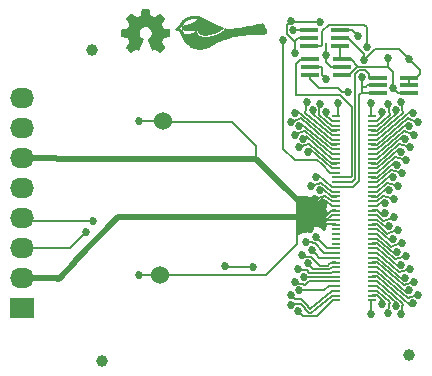
<source format=gtl>
G04 #@! TF.FileFunction,Copper,L1,Top,Signal*
%FSLAX46Y46*%
G04 Gerber Fmt 4.6, Leading zero omitted, Abs format (unit mm)*
G04 Created by KiCad (PCBNEW 4.0.1-stable) date Tuesday, April 12, 2016 'PMt' 11:12:41 PM*
%MOMM*%
G01*
G04 APERTURE LIST*
%ADD10C,0.100000*%
%ADD11C,0.010000*%
%ADD12C,1.000000*%
%ADD13R,0.700000X0.200000*%
%ADD14R,1.501140X0.398780*%
%ADD15R,2.032000X1.727200*%
%ADD16O,2.032000X1.727200*%
%ADD17C,1.524000*%
%ADD18C,0.685800*%
%ADD19C,0.685801*%
%ADD20C,0.152400*%
%ADD21C,0.508000*%
%ADD22C,0.254000*%
G04 APERTURE END LIST*
D10*
D11*
G36*
X146109423Y-91705069D02*
X146141094Y-91705572D01*
X146168725Y-91706621D01*
X146193824Y-91708340D01*
X146217893Y-91710851D01*
X146242439Y-91714276D01*
X146268967Y-91718740D01*
X146290931Y-91722815D01*
X146349786Y-91735578D01*
X146410883Y-91751645D01*
X146471336Y-91770182D01*
X146528260Y-91790354D01*
X146539639Y-91794777D01*
X146582817Y-91811970D01*
X146625192Y-91829108D01*
X146667150Y-91846370D01*
X146709080Y-91863937D01*
X146751369Y-91881989D01*
X146794404Y-91900707D01*
X146838573Y-91920271D01*
X146884265Y-91940862D01*
X146931866Y-91962659D01*
X146981764Y-91985844D01*
X147034347Y-92010597D01*
X147090003Y-92037099D01*
X147149118Y-92065528D01*
X147212082Y-92096067D01*
X147279280Y-92128896D01*
X147351102Y-92164194D01*
X147427935Y-92202143D01*
X147510166Y-92242923D01*
X147598183Y-92286714D01*
X147620903Y-92298037D01*
X147699183Y-92336981D01*
X147771702Y-92372880D01*
X147838949Y-92405961D01*
X147901415Y-92436448D01*
X147959589Y-92464567D01*
X148013962Y-92490545D01*
X148065024Y-92514606D01*
X148113265Y-92536978D01*
X148159175Y-92557885D01*
X148203244Y-92577553D01*
X148245962Y-92596208D01*
X148287819Y-92614076D01*
X148329306Y-92631382D01*
X148370912Y-92648353D01*
X148413128Y-92665213D01*
X148446403Y-92678281D01*
X148469926Y-92687518D01*
X148491319Y-92696037D01*
X148509688Y-92703473D01*
X148524143Y-92709460D01*
X148533791Y-92713635D01*
X148537732Y-92715624D01*
X148537199Y-92719719D01*
X148531987Y-92727737D01*
X148522739Y-92738968D01*
X148510100Y-92752704D01*
X148494712Y-92768236D01*
X148477219Y-92784855D01*
X148464178Y-92796657D01*
X148396199Y-92852758D01*
X148321764Y-92906253D01*
X148240994Y-92957086D01*
X148154011Y-93005200D01*
X148060938Y-93050538D01*
X147961897Y-93093043D01*
X147857009Y-93132658D01*
X147746398Y-93169327D01*
X147630185Y-93202992D01*
X147543292Y-93225296D01*
X147442697Y-93248538D01*
X147347709Y-93267867D01*
X147258081Y-93283303D01*
X147173561Y-93294868D01*
X147093901Y-93302580D01*
X147018851Y-93306462D01*
X146948163Y-93306535D01*
X146881587Y-93302818D01*
X146818874Y-93295332D01*
X146781082Y-93288660D01*
X146720450Y-93273748D01*
X146665094Y-93254367D01*
X146615086Y-93230590D01*
X146570499Y-93202491D01*
X146531404Y-93170142D01*
X146497873Y-93133617D01*
X146469979Y-93092988D01*
X146447795Y-93048329D01*
X146431392Y-92999713D01*
X146420842Y-92947214D01*
X146417903Y-92920940D01*
X146417085Y-92909833D01*
X146416149Y-92901698D01*
X146414111Y-92895994D01*
X146409991Y-92892178D01*
X146402806Y-92889710D01*
X146391575Y-92888046D01*
X146375315Y-92886646D01*
X146353045Y-92884967D01*
X146352667Y-92884937D01*
X146325115Y-92882710D01*
X146303944Y-92880816D01*
X146288491Y-92879166D01*
X146278094Y-92877673D01*
X146272090Y-92876249D01*
X146269817Y-92874807D01*
X146269918Y-92873974D01*
X146267973Y-92872665D01*
X146261139Y-92872440D01*
X146251468Y-92873114D01*
X146241010Y-92874497D01*
X146231817Y-92876403D01*
X146227431Y-92877859D01*
X146221923Y-92879376D01*
X146210616Y-92881836D01*
X146194669Y-92885008D01*
X146175241Y-92888665D01*
X146153489Y-92892578D01*
X146148056Y-92893529D01*
X146066570Y-92907036D01*
X145989154Y-92918409D01*
X145913266Y-92927987D01*
X145836367Y-92936109D01*
X145812917Y-92938294D01*
X145790487Y-92939888D01*
X145763281Y-92941121D01*
X145732652Y-92941993D01*
X145699951Y-92942504D01*
X145666529Y-92942652D01*
X145633738Y-92942438D01*
X145602930Y-92941861D01*
X145575455Y-92940920D01*
X145552666Y-92939615D01*
X145539514Y-92938402D01*
X145466686Y-92928747D01*
X145395829Y-92916860D01*
X145325068Y-92902349D01*
X145252527Y-92884822D01*
X145176331Y-92863890D01*
X145160857Y-92859368D01*
X145138243Y-92852575D01*
X145121577Y-92847222D01*
X145109982Y-92842959D01*
X145102578Y-92839438D01*
X145098490Y-92836309D01*
X145097057Y-92833968D01*
X145096091Y-92828855D01*
X145094509Y-92817561D01*
X145092410Y-92800925D01*
X145089895Y-92779783D01*
X145087063Y-92754975D01*
X145084013Y-92727338D01*
X145080918Y-92698392D01*
X145077321Y-92664399D01*
X145074435Y-92636757D01*
X145072312Y-92614791D01*
X145071001Y-92597830D01*
X145070553Y-92585198D01*
X145071018Y-92576223D01*
X145072447Y-92570230D01*
X145074890Y-92566547D01*
X145078397Y-92564499D01*
X145083018Y-92563413D01*
X145088805Y-92562615D01*
X145091091Y-92562283D01*
X145102337Y-92560254D01*
X145119389Y-92556797D01*
X145141193Y-92552151D01*
X145166700Y-92546555D01*
X145194858Y-92540249D01*
X145224615Y-92533471D01*
X145254921Y-92526461D01*
X145284725Y-92519457D01*
X145312975Y-92512700D01*
X145338620Y-92506427D01*
X145357833Y-92501593D01*
X145460462Y-92474234D01*
X145556453Y-92446397D01*
X145646213Y-92417945D01*
X145730153Y-92388742D01*
X145808680Y-92358650D01*
X145882203Y-92327534D01*
X145894056Y-92322213D01*
X145964730Y-92287760D01*
X146036700Y-92248022D01*
X146108246Y-92204092D01*
X146177648Y-92157066D01*
X146243190Y-92108037D01*
X146287403Y-92071786D01*
X146305065Y-92056423D01*
X146323398Y-92040012D01*
X146341684Y-92023244D01*
X146359206Y-92006810D01*
X146375249Y-91991401D01*
X146389095Y-91977709D01*
X146400027Y-91966424D01*
X146407329Y-91958238D01*
X146410283Y-91953841D01*
X146410219Y-91953368D01*
X146404114Y-91950119D01*
X146392137Y-91945797D01*
X146375347Y-91940663D01*
X146354801Y-91934980D01*
X146331556Y-91929011D01*
X146306670Y-91923019D01*
X146281199Y-91917265D01*
X146256201Y-91912013D01*
X146232732Y-91907526D01*
X146211852Y-91904065D01*
X146211556Y-91904021D01*
X146156513Y-91897477D01*
X146102179Y-91894423D01*
X146047039Y-91894893D01*
X145989581Y-91898923D01*
X145928289Y-91906548D01*
X145898461Y-91911261D01*
X145805204Y-91929850D01*
X145715771Y-91953707D01*
X145630377Y-91982725D01*
X145549234Y-92016797D01*
X145472557Y-92055818D01*
X145400558Y-92099681D01*
X145333451Y-92148280D01*
X145271449Y-92201509D01*
X145227949Y-92244915D01*
X145185574Y-92293556D01*
X145147536Y-92344333D01*
X145114493Y-92396230D01*
X145087105Y-92448230D01*
X145069656Y-92489355D01*
X145064680Y-92501769D01*
X145060056Y-92511937D01*
X145056789Y-92517652D01*
X145053532Y-92520958D01*
X145045631Y-92528670D01*
X145033561Y-92540334D01*
X145017793Y-92555496D01*
X144998801Y-92573704D01*
X144977057Y-92594504D01*
X144953034Y-92617442D01*
X144927205Y-92642065D01*
X144908042Y-92660309D01*
X144881341Y-92685737D01*
X144856208Y-92709712D01*
X144833104Y-92731794D01*
X144812486Y-92751540D01*
X144794813Y-92768513D01*
X144780545Y-92782270D01*
X144770139Y-92792371D01*
X144764055Y-92798376D01*
X144762607Y-92799922D01*
X144765572Y-92801699D01*
X144774384Y-92806052D01*
X144788436Y-92812701D01*
X144807123Y-92821368D01*
X144829836Y-92831773D01*
X144855972Y-92843637D01*
X144884923Y-92856683D01*
X144916083Y-92870630D01*
X144923468Y-92873923D01*
X145085126Y-92945942D01*
X145101981Y-93006214D01*
X145110094Y-93034199D01*
X145119941Y-93066534D01*
X145130916Y-93101347D01*
X145142411Y-93136762D01*
X145153817Y-93170907D01*
X145164527Y-93201907D01*
X145173511Y-93226757D01*
X145178959Y-93240443D01*
X145183479Y-93248917D01*
X145188136Y-93253733D01*
X145193830Y-93256392D01*
X145201132Y-93257558D01*
X145214453Y-93258496D01*
X145232760Y-93259209D01*
X145255020Y-93259697D01*
X145280201Y-93259965D01*
X145307269Y-93260013D01*
X145335192Y-93259845D01*
X145362937Y-93259461D01*
X145389472Y-93258866D01*
X145413763Y-93258060D01*
X145434777Y-93257046D01*
X145451319Y-93255841D01*
X145614261Y-93238212D01*
X145714139Y-93224838D01*
X145756859Y-93218400D01*
X145793678Y-93212100D01*
X145825734Y-93205624D01*
X145854167Y-93198661D01*
X145880116Y-93190899D01*
X145904721Y-93182025D01*
X145929122Y-93171727D01*
X145954457Y-93159694D01*
X145957556Y-93158147D01*
X146013115Y-93126813D01*
X146067664Y-93089211D01*
X146120233Y-93046128D01*
X146169852Y-92998353D01*
X146210314Y-92953042D01*
X146228347Y-92931319D01*
X146230748Y-92956569D01*
X146237775Y-93003991D01*
X146249681Y-93053168D01*
X146265802Y-93102224D01*
X146285477Y-93149282D01*
X146308042Y-93192463D01*
X146321719Y-93214289D01*
X146359340Y-93264006D01*
X146402141Y-93309003D01*
X146450037Y-93349251D01*
X146502937Y-93384723D01*
X146560757Y-93415389D01*
X146623406Y-93441223D01*
X146690799Y-93462197D01*
X146762848Y-93478282D01*
X146839465Y-93489451D01*
X146920562Y-93495676D01*
X147006053Y-93496929D01*
X147095848Y-93493182D01*
X147174639Y-93486139D01*
X147247782Y-93476822D01*
X147325875Y-93464509D01*
X147407621Y-93449481D01*
X147491724Y-93432024D01*
X147576887Y-93412418D01*
X147661813Y-93390949D01*
X147745205Y-93367899D01*
X147821986Y-93344745D01*
X147919460Y-93312112D01*
X148013786Y-93276670D01*
X148104613Y-93238629D01*
X148191592Y-93198203D01*
X148274372Y-93155600D01*
X148352604Y-93111034D01*
X148425937Y-93064714D01*
X148494021Y-93016853D01*
X148556506Y-92967661D01*
X148613041Y-92917350D01*
X148663278Y-92866131D01*
X148706865Y-92814215D01*
X148711516Y-92808103D01*
X148721132Y-92795676D01*
X148727892Y-92788104D01*
X148732929Y-92784422D01*
X148737377Y-92783664D01*
X148739726Y-92784079D01*
X148759163Y-92788388D01*
X148784240Y-92793070D01*
X148813568Y-92797922D01*
X148845757Y-92802737D01*
X148879415Y-92807313D01*
X148913152Y-92811443D01*
X148945578Y-92814923D01*
X148956167Y-92815932D01*
X148987905Y-92818462D01*
X149019888Y-92820184D01*
X149052791Y-92821067D01*
X149087290Y-92821080D01*
X149124060Y-92820194D01*
X149163775Y-92818377D01*
X149207113Y-92815599D01*
X149254746Y-92811829D01*
X149307352Y-92807037D01*
X149365605Y-92801192D01*
X149427125Y-92794600D01*
X149516165Y-92784237D01*
X149611639Y-92772018D01*
X149713193Y-92758007D01*
X149820469Y-92742269D01*
X149933115Y-92724868D01*
X150050774Y-92705867D01*
X150173091Y-92685332D01*
X150299712Y-92663326D01*
X150430280Y-92639914D01*
X150564441Y-92615160D01*
X150701840Y-92589128D01*
X150842121Y-92561882D01*
X150984930Y-92533486D01*
X151129911Y-92504006D01*
X151276709Y-92473505D01*
X151424969Y-92442046D01*
X151574335Y-92409696D01*
X151661972Y-92390408D01*
X151706466Y-92380554D01*
X151744684Y-92372267D01*
X151777258Y-92365680D01*
X151804823Y-92360928D01*
X151828011Y-92358146D01*
X151847455Y-92357468D01*
X151863788Y-92359028D01*
X151877642Y-92362962D01*
X151889652Y-92369404D01*
X151900449Y-92378488D01*
X151910667Y-92390348D01*
X151920938Y-92405120D01*
X151931896Y-92422938D01*
X151944174Y-92443936D01*
X151948453Y-92451295D01*
X151985722Y-92517072D01*
X152020654Y-92582322D01*
X152052855Y-92646214D01*
X152081929Y-92707915D01*
X152107481Y-92766594D01*
X152129117Y-92821419D01*
X152142982Y-92860859D01*
X152158442Y-92913272D01*
X152169158Y-92962184D01*
X152175158Y-93007367D01*
X152176469Y-93048594D01*
X152173119Y-93085635D01*
X152165134Y-93118262D01*
X152152543Y-93146247D01*
X152135372Y-93169362D01*
X152113649Y-93187378D01*
X152103124Y-93193395D01*
X152092991Y-93198154D01*
X152081941Y-93202524D01*
X152069615Y-93206533D01*
X152055657Y-93210209D01*
X152039709Y-93213581D01*
X152021413Y-93216677D01*
X152000414Y-93219524D01*
X151976352Y-93222152D01*
X151948872Y-93224587D01*
X151917615Y-93226859D01*
X151882225Y-93228995D01*
X151842343Y-93231023D01*
X151797613Y-93232973D01*
X151747677Y-93234871D01*
X151692178Y-93236746D01*
X151630759Y-93238626D01*
X151563062Y-93240540D01*
X151488731Y-93242515D01*
X151475000Y-93242869D01*
X151352923Y-93246207D01*
X151237344Y-93249786D01*
X151127707Y-93253639D01*
X151023456Y-93257794D01*
X150924037Y-93262284D01*
X150828895Y-93267138D01*
X150737474Y-93272388D01*
X150649219Y-93278064D01*
X150563574Y-93284196D01*
X150479985Y-93290816D01*
X150397897Y-93297954D01*
X150316754Y-93305640D01*
X150289667Y-93308345D01*
X150160967Y-93322177D01*
X150036502Y-93337273D01*
X149915523Y-93353805D01*
X149797281Y-93371941D01*
X149681028Y-93391851D01*
X149566016Y-93413705D01*
X149451496Y-93437671D01*
X149336721Y-93463920D01*
X149220941Y-93492620D01*
X149103408Y-93523942D01*
X148983373Y-93558054D01*
X148860090Y-93595127D01*
X148732808Y-93635329D01*
X148600780Y-93678830D01*
X148495792Y-93714551D01*
X148445932Y-93732059D01*
X148398400Y-93749485D01*
X148352527Y-93767150D01*
X148307643Y-93785374D01*
X148263080Y-93804476D01*
X148218167Y-93824779D01*
X148172235Y-93846601D01*
X148124615Y-93870263D01*
X148074637Y-93896085D01*
X148021633Y-93924388D01*
X147964932Y-93955492D01*
X147903865Y-93989717D01*
X147837763Y-94027384D01*
X147816694Y-94039493D01*
X147758073Y-94073223D01*
X147705102Y-94103651D01*
X147657334Y-94131025D01*
X147614321Y-94155591D01*
X147575616Y-94177596D01*
X147540771Y-94197287D01*
X147509338Y-94214910D01*
X147480870Y-94230714D01*
X147454919Y-94244944D01*
X147431037Y-94257848D01*
X147408777Y-94269672D01*
X147387692Y-94280664D01*
X147367332Y-94291070D01*
X147347252Y-94301138D01*
X147327003Y-94311113D01*
X147306138Y-94321244D01*
X147304306Y-94322128D01*
X147236867Y-94353565D01*
X147173250Y-94380819D01*
X147112082Y-94404282D01*
X147051992Y-94424345D01*
X146991609Y-94441402D01*
X146929560Y-94455844D01*
X146864474Y-94468064D01*
X146794978Y-94478454D01*
X146730139Y-94486279D01*
X146689152Y-94490039D01*
X146643206Y-94492999D01*
X146594358Y-94495105D01*
X146544663Y-94496301D01*
X146496179Y-94496532D01*
X146450962Y-94495744D01*
X146421458Y-94494508D01*
X146341912Y-94487865D01*
X146261456Y-94476743D01*
X146181278Y-94461443D01*
X146102567Y-94442263D01*
X146026511Y-94419501D01*
X145954298Y-94393456D01*
X145887116Y-94364427D01*
X145869008Y-94355625D01*
X145788028Y-94311372D01*
X145708806Y-94260408D01*
X145631482Y-94202893D01*
X145556195Y-94138983D01*
X145483086Y-94068836D01*
X145412295Y-93992610D01*
X145343960Y-93910463D01*
X145278223Y-93822552D01*
X145215222Y-93729036D01*
X145155097Y-93630070D01*
X145097989Y-93525814D01*
X145052897Y-93435201D01*
X145034559Y-93395287D01*
X145016937Y-93353922D01*
X144999526Y-93309814D01*
X144981819Y-93261672D01*
X144963310Y-93208204D01*
X144958965Y-93195250D01*
X144951296Y-93171804D01*
X144943193Y-93146214D01*
X144935008Y-93119673D01*
X144927093Y-93093373D01*
X144919801Y-93068508D01*
X144913485Y-93046269D01*
X144908496Y-93027848D01*
X144905187Y-93014440D01*
X144904378Y-93010558D01*
X144902209Y-92998996D01*
X144697595Y-92916428D01*
X144661615Y-92901883D01*
X144627607Y-92888085D01*
X144596132Y-92875266D01*
X144567748Y-92863654D01*
X144543014Y-92853480D01*
X144522490Y-92844974D01*
X144506734Y-92838367D01*
X144496307Y-92833889D01*
X144491768Y-92831769D01*
X144491619Y-92831656D01*
X144493960Y-92829006D01*
X144501162Y-92822050D01*
X144512812Y-92811163D01*
X144528495Y-92796724D01*
X144547797Y-92779108D01*
X144570304Y-92758694D01*
X144595601Y-92735859D01*
X144623274Y-92710979D01*
X144652909Y-92684432D01*
X144678286Y-92661769D01*
X144714302Y-92629640D01*
X144745416Y-92601846D01*
X144771998Y-92578033D01*
X144794415Y-92557848D01*
X144813038Y-92540935D01*
X144828235Y-92526942D01*
X144840376Y-92515513D01*
X144849830Y-92506294D01*
X144856965Y-92498931D01*
X144862152Y-92493071D01*
X144865759Y-92488358D01*
X144868156Y-92484439D01*
X144869712Y-92480959D01*
X144870795Y-92477565D01*
X144870979Y-92476897D01*
X144877388Y-92456348D01*
X144886490Y-92431398D01*
X144897560Y-92403816D01*
X144909874Y-92375375D01*
X144922705Y-92347843D01*
X144929300Y-92334554D01*
X144961749Y-92276345D01*
X144998977Y-92220220D01*
X145041666Y-92165249D01*
X145090499Y-92110502D01*
X145103642Y-92096849D01*
X145159151Y-92043310D01*
X145216431Y-91994827D01*
X145276685Y-91950531D01*
X145341117Y-91909557D01*
X145410931Y-91871037D01*
X145431917Y-91860420D01*
X145499971Y-91828548D01*
X145567985Y-91800713D01*
X145637187Y-91776541D01*
X145708807Y-91755659D01*
X145784072Y-91737692D01*
X145864212Y-91722268D01*
X145910680Y-91714752D01*
X145930516Y-91711832D01*
X145947844Y-91709566D01*
X145964061Y-91707870D01*
X145980562Y-91706659D01*
X145998742Y-91705848D01*
X146019998Y-91705355D01*
X146045724Y-91705094D01*
X146072208Y-91704991D01*
X146109423Y-91705069D01*
X146109423Y-91705069D01*
G37*
X146109423Y-91705069D02*
X146141094Y-91705572D01*
X146168725Y-91706621D01*
X146193824Y-91708340D01*
X146217893Y-91710851D01*
X146242439Y-91714276D01*
X146268967Y-91718740D01*
X146290931Y-91722815D01*
X146349786Y-91735578D01*
X146410883Y-91751645D01*
X146471336Y-91770182D01*
X146528260Y-91790354D01*
X146539639Y-91794777D01*
X146582817Y-91811970D01*
X146625192Y-91829108D01*
X146667150Y-91846370D01*
X146709080Y-91863937D01*
X146751369Y-91881989D01*
X146794404Y-91900707D01*
X146838573Y-91920271D01*
X146884265Y-91940862D01*
X146931866Y-91962659D01*
X146981764Y-91985844D01*
X147034347Y-92010597D01*
X147090003Y-92037099D01*
X147149118Y-92065528D01*
X147212082Y-92096067D01*
X147279280Y-92128896D01*
X147351102Y-92164194D01*
X147427935Y-92202143D01*
X147510166Y-92242923D01*
X147598183Y-92286714D01*
X147620903Y-92298037D01*
X147699183Y-92336981D01*
X147771702Y-92372880D01*
X147838949Y-92405961D01*
X147901415Y-92436448D01*
X147959589Y-92464567D01*
X148013962Y-92490545D01*
X148065024Y-92514606D01*
X148113265Y-92536978D01*
X148159175Y-92557885D01*
X148203244Y-92577553D01*
X148245962Y-92596208D01*
X148287819Y-92614076D01*
X148329306Y-92631382D01*
X148370912Y-92648353D01*
X148413128Y-92665213D01*
X148446403Y-92678281D01*
X148469926Y-92687518D01*
X148491319Y-92696037D01*
X148509688Y-92703473D01*
X148524143Y-92709460D01*
X148533791Y-92713635D01*
X148537732Y-92715624D01*
X148537199Y-92719719D01*
X148531987Y-92727737D01*
X148522739Y-92738968D01*
X148510100Y-92752704D01*
X148494712Y-92768236D01*
X148477219Y-92784855D01*
X148464178Y-92796657D01*
X148396199Y-92852758D01*
X148321764Y-92906253D01*
X148240994Y-92957086D01*
X148154011Y-93005200D01*
X148060938Y-93050538D01*
X147961897Y-93093043D01*
X147857009Y-93132658D01*
X147746398Y-93169327D01*
X147630185Y-93202992D01*
X147543292Y-93225296D01*
X147442697Y-93248538D01*
X147347709Y-93267867D01*
X147258081Y-93283303D01*
X147173561Y-93294868D01*
X147093901Y-93302580D01*
X147018851Y-93306462D01*
X146948163Y-93306535D01*
X146881587Y-93302818D01*
X146818874Y-93295332D01*
X146781082Y-93288660D01*
X146720450Y-93273748D01*
X146665094Y-93254367D01*
X146615086Y-93230590D01*
X146570499Y-93202491D01*
X146531404Y-93170142D01*
X146497873Y-93133617D01*
X146469979Y-93092988D01*
X146447795Y-93048329D01*
X146431392Y-92999713D01*
X146420842Y-92947214D01*
X146417903Y-92920940D01*
X146417085Y-92909833D01*
X146416149Y-92901698D01*
X146414111Y-92895994D01*
X146409991Y-92892178D01*
X146402806Y-92889710D01*
X146391575Y-92888046D01*
X146375315Y-92886646D01*
X146353045Y-92884967D01*
X146352667Y-92884937D01*
X146325115Y-92882710D01*
X146303944Y-92880816D01*
X146288491Y-92879166D01*
X146278094Y-92877673D01*
X146272090Y-92876249D01*
X146269817Y-92874807D01*
X146269918Y-92873974D01*
X146267973Y-92872665D01*
X146261139Y-92872440D01*
X146251468Y-92873114D01*
X146241010Y-92874497D01*
X146231817Y-92876403D01*
X146227431Y-92877859D01*
X146221923Y-92879376D01*
X146210616Y-92881836D01*
X146194669Y-92885008D01*
X146175241Y-92888665D01*
X146153489Y-92892578D01*
X146148056Y-92893529D01*
X146066570Y-92907036D01*
X145989154Y-92918409D01*
X145913266Y-92927987D01*
X145836367Y-92936109D01*
X145812917Y-92938294D01*
X145790487Y-92939888D01*
X145763281Y-92941121D01*
X145732652Y-92941993D01*
X145699951Y-92942504D01*
X145666529Y-92942652D01*
X145633738Y-92942438D01*
X145602930Y-92941861D01*
X145575455Y-92940920D01*
X145552666Y-92939615D01*
X145539514Y-92938402D01*
X145466686Y-92928747D01*
X145395829Y-92916860D01*
X145325068Y-92902349D01*
X145252527Y-92884822D01*
X145176331Y-92863890D01*
X145160857Y-92859368D01*
X145138243Y-92852575D01*
X145121577Y-92847222D01*
X145109982Y-92842959D01*
X145102578Y-92839438D01*
X145098490Y-92836309D01*
X145097057Y-92833968D01*
X145096091Y-92828855D01*
X145094509Y-92817561D01*
X145092410Y-92800925D01*
X145089895Y-92779783D01*
X145087063Y-92754975D01*
X145084013Y-92727338D01*
X145080918Y-92698392D01*
X145077321Y-92664399D01*
X145074435Y-92636757D01*
X145072312Y-92614791D01*
X145071001Y-92597830D01*
X145070553Y-92585198D01*
X145071018Y-92576223D01*
X145072447Y-92570230D01*
X145074890Y-92566547D01*
X145078397Y-92564499D01*
X145083018Y-92563413D01*
X145088805Y-92562615D01*
X145091091Y-92562283D01*
X145102337Y-92560254D01*
X145119389Y-92556797D01*
X145141193Y-92552151D01*
X145166700Y-92546555D01*
X145194858Y-92540249D01*
X145224615Y-92533471D01*
X145254921Y-92526461D01*
X145284725Y-92519457D01*
X145312975Y-92512700D01*
X145338620Y-92506427D01*
X145357833Y-92501593D01*
X145460462Y-92474234D01*
X145556453Y-92446397D01*
X145646213Y-92417945D01*
X145730153Y-92388742D01*
X145808680Y-92358650D01*
X145882203Y-92327534D01*
X145894056Y-92322213D01*
X145964730Y-92287760D01*
X146036700Y-92248022D01*
X146108246Y-92204092D01*
X146177648Y-92157066D01*
X146243190Y-92108037D01*
X146287403Y-92071786D01*
X146305065Y-92056423D01*
X146323398Y-92040012D01*
X146341684Y-92023244D01*
X146359206Y-92006810D01*
X146375249Y-91991401D01*
X146389095Y-91977709D01*
X146400027Y-91966424D01*
X146407329Y-91958238D01*
X146410283Y-91953841D01*
X146410219Y-91953368D01*
X146404114Y-91950119D01*
X146392137Y-91945797D01*
X146375347Y-91940663D01*
X146354801Y-91934980D01*
X146331556Y-91929011D01*
X146306670Y-91923019D01*
X146281199Y-91917265D01*
X146256201Y-91912013D01*
X146232732Y-91907526D01*
X146211852Y-91904065D01*
X146211556Y-91904021D01*
X146156513Y-91897477D01*
X146102179Y-91894423D01*
X146047039Y-91894893D01*
X145989581Y-91898923D01*
X145928289Y-91906548D01*
X145898461Y-91911261D01*
X145805204Y-91929850D01*
X145715771Y-91953707D01*
X145630377Y-91982725D01*
X145549234Y-92016797D01*
X145472557Y-92055818D01*
X145400558Y-92099681D01*
X145333451Y-92148280D01*
X145271449Y-92201509D01*
X145227949Y-92244915D01*
X145185574Y-92293556D01*
X145147536Y-92344333D01*
X145114493Y-92396230D01*
X145087105Y-92448230D01*
X145069656Y-92489355D01*
X145064680Y-92501769D01*
X145060056Y-92511937D01*
X145056789Y-92517652D01*
X145053532Y-92520958D01*
X145045631Y-92528670D01*
X145033561Y-92540334D01*
X145017793Y-92555496D01*
X144998801Y-92573704D01*
X144977057Y-92594504D01*
X144953034Y-92617442D01*
X144927205Y-92642065D01*
X144908042Y-92660309D01*
X144881341Y-92685737D01*
X144856208Y-92709712D01*
X144833104Y-92731794D01*
X144812486Y-92751540D01*
X144794813Y-92768513D01*
X144780545Y-92782270D01*
X144770139Y-92792371D01*
X144764055Y-92798376D01*
X144762607Y-92799922D01*
X144765572Y-92801699D01*
X144774384Y-92806052D01*
X144788436Y-92812701D01*
X144807123Y-92821368D01*
X144829836Y-92831773D01*
X144855972Y-92843637D01*
X144884923Y-92856683D01*
X144916083Y-92870630D01*
X144923468Y-92873923D01*
X145085126Y-92945942D01*
X145101981Y-93006214D01*
X145110094Y-93034199D01*
X145119941Y-93066534D01*
X145130916Y-93101347D01*
X145142411Y-93136762D01*
X145153817Y-93170907D01*
X145164527Y-93201907D01*
X145173511Y-93226757D01*
X145178959Y-93240443D01*
X145183479Y-93248917D01*
X145188136Y-93253733D01*
X145193830Y-93256392D01*
X145201132Y-93257558D01*
X145214453Y-93258496D01*
X145232760Y-93259209D01*
X145255020Y-93259697D01*
X145280201Y-93259965D01*
X145307269Y-93260013D01*
X145335192Y-93259845D01*
X145362937Y-93259461D01*
X145389472Y-93258866D01*
X145413763Y-93258060D01*
X145434777Y-93257046D01*
X145451319Y-93255841D01*
X145614261Y-93238212D01*
X145714139Y-93224838D01*
X145756859Y-93218400D01*
X145793678Y-93212100D01*
X145825734Y-93205624D01*
X145854167Y-93198661D01*
X145880116Y-93190899D01*
X145904721Y-93182025D01*
X145929122Y-93171727D01*
X145954457Y-93159694D01*
X145957556Y-93158147D01*
X146013115Y-93126813D01*
X146067664Y-93089211D01*
X146120233Y-93046128D01*
X146169852Y-92998353D01*
X146210314Y-92953042D01*
X146228347Y-92931319D01*
X146230748Y-92956569D01*
X146237775Y-93003991D01*
X146249681Y-93053168D01*
X146265802Y-93102224D01*
X146285477Y-93149282D01*
X146308042Y-93192463D01*
X146321719Y-93214289D01*
X146359340Y-93264006D01*
X146402141Y-93309003D01*
X146450037Y-93349251D01*
X146502937Y-93384723D01*
X146560757Y-93415389D01*
X146623406Y-93441223D01*
X146690799Y-93462197D01*
X146762848Y-93478282D01*
X146839465Y-93489451D01*
X146920562Y-93495676D01*
X147006053Y-93496929D01*
X147095848Y-93493182D01*
X147174639Y-93486139D01*
X147247782Y-93476822D01*
X147325875Y-93464509D01*
X147407621Y-93449481D01*
X147491724Y-93432024D01*
X147576887Y-93412418D01*
X147661813Y-93390949D01*
X147745205Y-93367899D01*
X147821986Y-93344745D01*
X147919460Y-93312112D01*
X148013786Y-93276670D01*
X148104613Y-93238629D01*
X148191592Y-93198203D01*
X148274372Y-93155600D01*
X148352604Y-93111034D01*
X148425937Y-93064714D01*
X148494021Y-93016853D01*
X148556506Y-92967661D01*
X148613041Y-92917350D01*
X148663278Y-92866131D01*
X148706865Y-92814215D01*
X148711516Y-92808103D01*
X148721132Y-92795676D01*
X148727892Y-92788104D01*
X148732929Y-92784422D01*
X148737377Y-92783664D01*
X148739726Y-92784079D01*
X148759163Y-92788388D01*
X148784240Y-92793070D01*
X148813568Y-92797922D01*
X148845757Y-92802737D01*
X148879415Y-92807313D01*
X148913152Y-92811443D01*
X148945578Y-92814923D01*
X148956167Y-92815932D01*
X148987905Y-92818462D01*
X149019888Y-92820184D01*
X149052791Y-92821067D01*
X149087290Y-92821080D01*
X149124060Y-92820194D01*
X149163775Y-92818377D01*
X149207113Y-92815599D01*
X149254746Y-92811829D01*
X149307352Y-92807037D01*
X149365605Y-92801192D01*
X149427125Y-92794600D01*
X149516165Y-92784237D01*
X149611639Y-92772018D01*
X149713193Y-92758007D01*
X149820469Y-92742269D01*
X149933115Y-92724868D01*
X150050774Y-92705867D01*
X150173091Y-92685332D01*
X150299712Y-92663326D01*
X150430280Y-92639914D01*
X150564441Y-92615160D01*
X150701840Y-92589128D01*
X150842121Y-92561882D01*
X150984930Y-92533486D01*
X151129911Y-92504006D01*
X151276709Y-92473505D01*
X151424969Y-92442046D01*
X151574335Y-92409696D01*
X151661972Y-92390408D01*
X151706466Y-92380554D01*
X151744684Y-92372267D01*
X151777258Y-92365680D01*
X151804823Y-92360928D01*
X151828011Y-92358146D01*
X151847455Y-92357468D01*
X151863788Y-92359028D01*
X151877642Y-92362962D01*
X151889652Y-92369404D01*
X151900449Y-92378488D01*
X151910667Y-92390348D01*
X151920938Y-92405120D01*
X151931896Y-92422938D01*
X151944174Y-92443936D01*
X151948453Y-92451295D01*
X151985722Y-92517072D01*
X152020654Y-92582322D01*
X152052855Y-92646214D01*
X152081929Y-92707915D01*
X152107481Y-92766594D01*
X152129117Y-92821419D01*
X152142982Y-92860859D01*
X152158442Y-92913272D01*
X152169158Y-92962184D01*
X152175158Y-93007367D01*
X152176469Y-93048594D01*
X152173119Y-93085635D01*
X152165134Y-93118262D01*
X152152543Y-93146247D01*
X152135372Y-93169362D01*
X152113649Y-93187378D01*
X152103124Y-93193395D01*
X152092991Y-93198154D01*
X152081941Y-93202524D01*
X152069615Y-93206533D01*
X152055657Y-93210209D01*
X152039709Y-93213581D01*
X152021413Y-93216677D01*
X152000414Y-93219524D01*
X151976352Y-93222152D01*
X151948872Y-93224587D01*
X151917615Y-93226859D01*
X151882225Y-93228995D01*
X151842343Y-93231023D01*
X151797613Y-93232973D01*
X151747677Y-93234871D01*
X151692178Y-93236746D01*
X151630759Y-93238626D01*
X151563062Y-93240540D01*
X151488731Y-93242515D01*
X151475000Y-93242869D01*
X151352923Y-93246207D01*
X151237344Y-93249786D01*
X151127707Y-93253639D01*
X151023456Y-93257794D01*
X150924037Y-93262284D01*
X150828895Y-93267138D01*
X150737474Y-93272388D01*
X150649219Y-93278064D01*
X150563574Y-93284196D01*
X150479985Y-93290816D01*
X150397897Y-93297954D01*
X150316754Y-93305640D01*
X150289667Y-93308345D01*
X150160967Y-93322177D01*
X150036502Y-93337273D01*
X149915523Y-93353805D01*
X149797281Y-93371941D01*
X149681028Y-93391851D01*
X149566016Y-93413705D01*
X149451496Y-93437671D01*
X149336721Y-93463920D01*
X149220941Y-93492620D01*
X149103408Y-93523942D01*
X148983373Y-93558054D01*
X148860090Y-93595127D01*
X148732808Y-93635329D01*
X148600780Y-93678830D01*
X148495792Y-93714551D01*
X148445932Y-93732059D01*
X148398400Y-93749485D01*
X148352527Y-93767150D01*
X148307643Y-93785374D01*
X148263080Y-93804476D01*
X148218167Y-93824779D01*
X148172235Y-93846601D01*
X148124615Y-93870263D01*
X148074637Y-93896085D01*
X148021633Y-93924388D01*
X147964932Y-93955492D01*
X147903865Y-93989717D01*
X147837763Y-94027384D01*
X147816694Y-94039493D01*
X147758073Y-94073223D01*
X147705102Y-94103651D01*
X147657334Y-94131025D01*
X147614321Y-94155591D01*
X147575616Y-94177596D01*
X147540771Y-94197287D01*
X147509338Y-94214910D01*
X147480870Y-94230714D01*
X147454919Y-94244944D01*
X147431037Y-94257848D01*
X147408777Y-94269672D01*
X147387692Y-94280664D01*
X147367332Y-94291070D01*
X147347252Y-94301138D01*
X147327003Y-94311113D01*
X147306138Y-94321244D01*
X147304306Y-94322128D01*
X147236867Y-94353565D01*
X147173250Y-94380819D01*
X147112082Y-94404282D01*
X147051992Y-94424345D01*
X146991609Y-94441402D01*
X146929560Y-94455844D01*
X146864474Y-94468064D01*
X146794978Y-94478454D01*
X146730139Y-94486279D01*
X146689152Y-94490039D01*
X146643206Y-94492999D01*
X146594358Y-94495105D01*
X146544663Y-94496301D01*
X146496179Y-94496532D01*
X146450962Y-94495744D01*
X146421458Y-94494508D01*
X146341912Y-94487865D01*
X146261456Y-94476743D01*
X146181278Y-94461443D01*
X146102567Y-94442263D01*
X146026511Y-94419501D01*
X145954298Y-94393456D01*
X145887116Y-94364427D01*
X145869008Y-94355625D01*
X145788028Y-94311372D01*
X145708806Y-94260408D01*
X145631482Y-94202893D01*
X145556195Y-94138983D01*
X145483086Y-94068836D01*
X145412295Y-93992610D01*
X145343960Y-93910463D01*
X145278223Y-93822552D01*
X145215222Y-93729036D01*
X145155097Y-93630070D01*
X145097989Y-93525814D01*
X145052897Y-93435201D01*
X145034559Y-93395287D01*
X145016937Y-93353922D01*
X144999526Y-93309814D01*
X144981819Y-93261672D01*
X144963310Y-93208204D01*
X144958965Y-93195250D01*
X144951296Y-93171804D01*
X144943193Y-93146214D01*
X144935008Y-93119673D01*
X144927093Y-93093373D01*
X144919801Y-93068508D01*
X144913485Y-93046269D01*
X144908496Y-93027848D01*
X144905187Y-93014440D01*
X144904378Y-93010558D01*
X144902209Y-92998996D01*
X144697595Y-92916428D01*
X144661615Y-92901883D01*
X144627607Y-92888085D01*
X144596132Y-92875266D01*
X144567748Y-92863654D01*
X144543014Y-92853480D01*
X144522490Y-92844974D01*
X144506734Y-92838367D01*
X144496307Y-92833889D01*
X144491768Y-92831769D01*
X144491619Y-92831656D01*
X144493960Y-92829006D01*
X144501162Y-92822050D01*
X144512812Y-92811163D01*
X144528495Y-92796724D01*
X144547797Y-92779108D01*
X144570304Y-92758694D01*
X144595601Y-92735859D01*
X144623274Y-92710979D01*
X144652909Y-92684432D01*
X144678286Y-92661769D01*
X144714302Y-92629640D01*
X144745416Y-92601846D01*
X144771998Y-92578033D01*
X144794415Y-92557848D01*
X144813038Y-92540935D01*
X144828235Y-92526942D01*
X144840376Y-92515513D01*
X144849830Y-92506294D01*
X144856965Y-92498931D01*
X144862152Y-92493071D01*
X144865759Y-92488358D01*
X144868156Y-92484439D01*
X144869712Y-92480959D01*
X144870795Y-92477565D01*
X144870979Y-92476897D01*
X144877388Y-92456348D01*
X144886490Y-92431398D01*
X144897560Y-92403816D01*
X144909874Y-92375375D01*
X144922705Y-92347843D01*
X144929300Y-92334554D01*
X144961749Y-92276345D01*
X144998977Y-92220220D01*
X145041666Y-92165249D01*
X145090499Y-92110502D01*
X145103642Y-92096849D01*
X145159151Y-92043310D01*
X145216431Y-91994827D01*
X145276685Y-91950531D01*
X145341117Y-91909557D01*
X145410931Y-91871037D01*
X145431917Y-91860420D01*
X145499971Y-91828548D01*
X145567985Y-91800713D01*
X145637187Y-91776541D01*
X145708807Y-91755659D01*
X145784072Y-91737692D01*
X145864212Y-91722268D01*
X145910680Y-91714752D01*
X145930516Y-91711832D01*
X145947844Y-91709566D01*
X145964061Y-91707870D01*
X145980562Y-91706659D01*
X145998742Y-91705848D01*
X146019998Y-91705355D01*
X146045724Y-91705094D01*
X146072208Y-91704991D01*
X146109423Y-91705069D01*
G36*
X141991912Y-91139328D02*
X142029087Y-91139340D01*
X142061821Y-91139366D01*
X142090406Y-91139411D01*
X142115137Y-91139481D01*
X142136306Y-91139581D01*
X142154208Y-91139715D01*
X142169136Y-91139889D01*
X142181384Y-91140109D01*
X142191247Y-91140379D01*
X142199017Y-91140705D01*
X142204988Y-91141092D01*
X142209454Y-91141544D01*
X142212709Y-91142067D01*
X142215046Y-91142667D01*
X142216760Y-91143349D01*
X142218032Y-91144048D01*
X142224217Y-91149369D01*
X142228517Y-91155738D01*
X142228618Y-91155984D01*
X142229468Y-91159432D01*
X142231162Y-91167481D01*
X142233633Y-91179785D01*
X142236816Y-91195999D01*
X142240644Y-91215777D01*
X142245052Y-91238772D01*
X142249972Y-91264640D01*
X142255339Y-91293034D01*
X142261087Y-91323609D01*
X142267150Y-91356019D01*
X142273461Y-91389918D01*
X142276888Y-91408396D01*
X142283321Y-91443102D01*
X142289535Y-91476614D01*
X142295466Y-91508574D01*
X142301046Y-91538625D01*
X142306209Y-91566411D01*
X142310889Y-91591572D01*
X142315018Y-91613753D01*
X142318531Y-91632596D01*
X142321362Y-91647743D01*
X142323443Y-91658837D01*
X142324708Y-91665522D01*
X142325013Y-91667096D01*
X142325885Y-91671591D01*
X142326785Y-91675572D01*
X142328016Y-91679199D01*
X142329879Y-91682631D01*
X142332678Y-91686027D01*
X142336715Y-91689546D01*
X142342292Y-91693349D01*
X142349712Y-91697593D01*
X142359277Y-91702440D01*
X142371290Y-91708046D01*
X142386054Y-91714573D01*
X142403871Y-91722180D01*
X142425043Y-91731025D01*
X142449873Y-91741268D01*
X142478663Y-91753068D01*
X142511716Y-91766586D01*
X142521628Y-91770639D01*
X142556076Y-91784740D01*
X142586188Y-91797060D01*
X142612294Y-91807692D01*
X142634727Y-91816727D01*
X142653816Y-91824258D01*
X142669894Y-91830378D01*
X142683292Y-91835177D01*
X142694341Y-91838748D01*
X142703372Y-91841184D01*
X142710717Y-91842576D01*
X142716707Y-91843017D01*
X142721673Y-91842599D01*
X142725947Y-91841413D01*
X142729860Y-91839553D01*
X142733743Y-91837110D01*
X142737927Y-91834176D01*
X142741390Y-91831759D01*
X142745895Y-91828675D01*
X142754234Y-91822960D01*
X142766094Y-91814828D01*
X142781161Y-91804496D01*
X142799123Y-91792176D01*
X142819666Y-91778085D01*
X142842477Y-91762437D01*
X142867244Y-91745447D01*
X142893652Y-91727329D01*
X142921388Y-91708299D01*
X142950140Y-91688571D01*
X142961367Y-91680867D01*
X142994967Y-91657819D01*
X143024678Y-91637457D01*
X143050756Y-91619616D01*
X143073454Y-91604130D01*
X143093028Y-91590833D01*
X143109732Y-91579561D01*
X143123819Y-91570146D01*
X143135546Y-91562424D01*
X143145166Y-91556229D01*
X143152934Y-91551394D01*
X143159104Y-91547754D01*
X143163931Y-91545144D01*
X143167669Y-91543398D01*
X143170573Y-91542350D01*
X143172897Y-91541833D01*
X143174895Y-91541684D01*
X143175110Y-91541683D01*
X143186011Y-91541683D01*
X143372758Y-91728429D01*
X143402582Y-91758256D01*
X143429048Y-91784738D01*
X143452358Y-91808086D01*
X143472712Y-91828513D01*
X143490310Y-91846229D01*
X143505352Y-91861445D01*
X143518040Y-91874372D01*
X143528573Y-91885223D01*
X143537152Y-91894207D01*
X143543977Y-91901537D01*
X143549249Y-91907423D01*
X143553168Y-91912076D01*
X143555935Y-91915708D01*
X143557749Y-91918530D01*
X143558812Y-91920754D01*
X143559323Y-91922589D01*
X143559484Y-91924249D01*
X143559495Y-91925217D01*
X143558249Y-91934021D01*
X143555215Y-91942217D01*
X143554773Y-91942985D01*
X143552686Y-91946153D01*
X143547958Y-91953162D01*
X143540798Y-91963709D01*
X143531414Y-91977491D01*
X143520012Y-91994203D01*
X143506801Y-92013542D01*
X143491987Y-92035204D01*
X143475780Y-92058884D01*
X143458385Y-92084279D01*
X143440012Y-92111086D01*
X143420866Y-92138999D01*
X143418179Y-92142916D01*
X143398759Y-92171219D01*
X143379948Y-92198639D01*
X143361966Y-92224850D01*
X143345037Y-92249529D01*
X143329383Y-92272353D01*
X143315226Y-92292997D01*
X143302787Y-92311137D01*
X143292289Y-92326450D01*
X143283954Y-92338611D01*
X143278005Y-92347297D01*
X143274663Y-92352184D01*
X143274525Y-92352386D01*
X143271271Y-92357029D01*
X143268436Y-92361113D01*
X143266117Y-92364966D01*
X143264410Y-92368916D01*
X143263412Y-92373290D01*
X143263218Y-92378418D01*
X143263927Y-92384628D01*
X143265635Y-92392247D01*
X143268437Y-92401604D01*
X143272431Y-92413027D01*
X143277713Y-92426845D01*
X143284381Y-92443385D01*
X143292529Y-92462975D01*
X143302256Y-92485945D01*
X143313657Y-92512621D01*
X143326830Y-92543333D01*
X143339234Y-92572256D01*
X143351459Y-92600761D01*
X143363181Y-92628056D01*
X143374240Y-92653768D01*
X143384475Y-92677524D01*
X143393723Y-92698952D01*
X143401825Y-92717678D01*
X143408620Y-92733330D01*
X143413945Y-92745536D01*
X143417640Y-92753921D01*
X143419544Y-92758114D01*
X143419671Y-92758370D01*
X143424634Y-92765307D01*
X143431041Y-92771298D01*
X143431084Y-92771329D01*
X143432257Y-92772180D01*
X143433418Y-92772962D01*
X143434835Y-92773728D01*
X143436774Y-92774531D01*
X143439505Y-92775425D01*
X143443294Y-92776463D01*
X143448410Y-92777699D01*
X143455119Y-92779185D01*
X143463691Y-92780974D01*
X143474392Y-92783121D01*
X143487490Y-92785678D01*
X143503253Y-92788699D01*
X143521948Y-92792236D01*
X143543845Y-92796344D01*
X143569209Y-92801075D01*
X143598308Y-92806483D01*
X143631412Y-92812621D01*
X143668786Y-92819543D01*
X143710700Y-92827300D01*
X143734287Y-92831666D01*
X143764902Y-92837339D01*
X143794300Y-92842800D01*
X143822076Y-92847972D01*
X143847820Y-92852779D01*
X143871124Y-92857143D01*
X143891580Y-92860989D01*
X143908782Y-92864240D01*
X143922319Y-92866819D01*
X143931786Y-92868650D01*
X143936773Y-92869656D01*
X143937099Y-92869729D01*
X143945862Y-92872846D01*
X143953200Y-92877326D01*
X143954703Y-92878716D01*
X143960623Y-92885018D01*
X143961262Y-93148246D01*
X143961362Y-93190381D01*
X143961443Y-93227778D01*
X143961500Y-93260730D01*
X143961528Y-93289530D01*
X143961523Y-93314469D01*
X143961481Y-93335841D01*
X143961396Y-93353938D01*
X143961265Y-93369052D01*
X143961083Y-93381475D01*
X143960845Y-93391500D01*
X143960546Y-93399419D01*
X143960183Y-93405525D01*
X143959751Y-93410110D01*
X143959245Y-93413466D01*
X143958660Y-93415886D01*
X143957993Y-93417663D01*
X143957238Y-93419088D01*
X143957056Y-93419389D01*
X143950775Y-93426182D01*
X143943843Y-93430019D01*
X143939972Y-93430937D01*
X143931590Y-93432681D01*
X143919132Y-93435167D01*
X143903035Y-93438312D01*
X143883733Y-93442032D01*
X143861662Y-93446243D01*
X143837258Y-93450861D01*
X143810957Y-93455803D01*
X143783193Y-93460984D01*
X143772010Y-93463062D01*
X143726078Y-93471585D01*
X143684833Y-93479241D01*
X143648017Y-93486081D01*
X143615370Y-93492152D01*
X143586635Y-93497503D01*
X143561553Y-93502184D01*
X143539865Y-93506244D01*
X143521313Y-93509731D01*
X143505637Y-93512695D01*
X143492580Y-93515184D01*
X143481883Y-93517248D01*
X143473287Y-93518935D01*
X143466533Y-93520294D01*
X143461364Y-93521375D01*
X143457520Y-93522226D01*
X143454743Y-93522896D01*
X143452774Y-93523435D01*
X143452077Y-93523649D01*
X143444794Y-93527446D01*
X143438208Y-93533110D01*
X143437927Y-93533437D01*
X143436055Y-93536873D01*
X143432476Y-93544645D01*
X143427329Y-93556416D01*
X143420757Y-93571844D01*
X143412901Y-93590589D01*
X143403901Y-93612313D01*
X143393899Y-93636674D01*
X143383037Y-93663333D01*
X143371454Y-93691951D01*
X143359294Y-93722186D01*
X143353193Y-93737423D01*
X143339259Y-93772282D01*
X143327081Y-93802781D01*
X143316543Y-93829233D01*
X143307533Y-93851948D01*
X143299936Y-93871239D01*
X143293639Y-93887415D01*
X143288527Y-93900787D01*
X143284487Y-93911668D01*
X143281406Y-93920367D01*
X143279168Y-93927196D01*
X143277661Y-93932467D01*
X143276770Y-93936489D01*
X143276381Y-93939575D01*
X143276382Y-93942035D01*
X143276657Y-93944180D01*
X143276961Y-93945703D01*
X143277914Y-93948459D01*
X143279976Y-93952672D01*
X143283294Y-93958563D01*
X143288016Y-93966354D01*
X143294288Y-93976268D01*
X143302257Y-93988525D01*
X143312070Y-94003349D01*
X143323875Y-94020961D01*
X143337818Y-94041583D01*
X143354045Y-94065436D01*
X143372705Y-94092743D01*
X143393943Y-94123726D01*
X143417907Y-94158606D01*
X143418620Y-94159643D01*
X143438339Y-94188371D01*
X143457248Y-94216022D01*
X143475151Y-94242303D01*
X143491851Y-94266922D01*
X143507151Y-94289585D01*
X143520857Y-94310000D01*
X143532771Y-94327874D01*
X143542698Y-94342914D01*
X143550441Y-94354828D01*
X143555804Y-94363324D01*
X143558590Y-94368107D01*
X143558951Y-94368972D01*
X143559189Y-94376912D01*
X143558379Y-94382804D01*
X143556445Y-94385722D01*
X143551277Y-94391774D01*
X143542837Y-94401002D01*
X143531086Y-94413444D01*
X143515985Y-94429142D01*
X143497494Y-94448136D01*
X143475575Y-94470466D01*
X143450189Y-94496172D01*
X143421296Y-94525294D01*
X143388858Y-94557873D01*
X143375143Y-94571619D01*
X143349929Y-94596847D01*
X143325621Y-94621107D01*
X143302468Y-94644157D01*
X143280714Y-94665753D01*
X143260608Y-94685654D01*
X143242395Y-94703615D01*
X143226321Y-94719396D01*
X143212634Y-94732752D01*
X143201579Y-94743442D01*
X143193404Y-94751223D01*
X143188354Y-94755851D01*
X143186803Y-94757089D01*
X143176833Y-94760352D01*
X143166612Y-94759312D01*
X143155289Y-94753848D01*
X143153010Y-94752346D01*
X143149136Y-94749695D01*
X143141436Y-94744419D01*
X143130229Y-94736737D01*
X143115836Y-94726870D01*
X143098578Y-94715037D01*
X143078776Y-94701458D01*
X143056749Y-94686352D01*
X143032818Y-94669940D01*
X143007305Y-94652442D01*
X142980529Y-94634077D01*
X142955940Y-94617211D01*
X142928417Y-94598348D01*
X142901938Y-94580232D01*
X142876816Y-94563074D01*
X142853363Y-94547087D01*
X142831892Y-94532482D01*
X142812716Y-94519473D01*
X142796147Y-94508271D01*
X142782498Y-94499088D01*
X142772082Y-94492136D01*
X142765212Y-94487629D01*
X142762297Y-94485825D01*
X142750483Y-94482294D01*
X142744107Y-94482398D01*
X142739402Y-94483917D01*
X142730635Y-94487726D01*
X142718135Y-94493662D01*
X142702231Y-94501562D01*
X142683253Y-94511264D01*
X142661529Y-94522606D01*
X142644559Y-94531596D01*
X142620834Y-94544199D01*
X142601102Y-94554565D01*
X142584942Y-94562860D01*
X142571927Y-94569252D01*
X142561636Y-94573908D01*
X142553644Y-94576995D01*
X142547526Y-94578680D01*
X142542861Y-94579131D01*
X142539223Y-94578513D01*
X142536189Y-94576994D01*
X142533889Y-94575222D01*
X142532309Y-94572374D01*
X142528885Y-94565011D01*
X142523675Y-94553274D01*
X142516737Y-94537305D01*
X142508133Y-94517245D01*
X142497920Y-94493234D01*
X142486159Y-94465413D01*
X142472908Y-94433924D01*
X142458227Y-94398906D01*
X142442175Y-94360501D01*
X142424812Y-94318850D01*
X142406196Y-94274094D01*
X142386388Y-94226374D01*
X142365446Y-94175830D01*
X142348588Y-94135080D01*
X142326707Y-94082154D01*
X142306672Y-94033674D01*
X142288403Y-93989444D01*
X142271821Y-93949263D01*
X142256845Y-93912932D01*
X142243396Y-93880253D01*
X142231395Y-93851026D01*
X142220763Y-93825052D01*
X142211419Y-93802131D01*
X142203285Y-93782066D01*
X142196280Y-93764657D01*
X142190325Y-93749704D01*
X142185342Y-93737009D01*
X142181249Y-93726373D01*
X142177968Y-93717595D01*
X142175419Y-93710478D01*
X142173522Y-93704823D01*
X142172199Y-93700429D01*
X142171369Y-93697099D01*
X142170953Y-93694632D01*
X142170871Y-93692830D01*
X142171045Y-93691494D01*
X142171199Y-93690950D01*
X142173599Y-93685298D01*
X142177242Y-93680243D01*
X142182912Y-93675085D01*
X142191395Y-93669125D01*
X142203475Y-93661663D01*
X142205257Y-93660602D01*
X142217135Y-93653219D01*
X142230052Y-93644680D01*
X142241491Y-93636656D01*
X142242980Y-93635558D01*
X142252649Y-93628368D01*
X142264572Y-93619506D01*
X142276963Y-93610299D01*
X142284475Y-93604719D01*
X142325725Y-93570988D01*
X142363516Y-93533697D01*
X142397598Y-93493121D01*
X142427724Y-93449533D01*
X142433524Y-93440024D01*
X142456301Y-93397314D01*
X142475628Y-93351638D01*
X142491173Y-93303973D01*
X142502607Y-93255300D01*
X142508232Y-93219155D01*
X142509830Y-93200627D01*
X142510694Y-93178600D01*
X142510850Y-93154549D01*
X142510321Y-93129948D01*
X142509129Y-93106271D01*
X142507300Y-93084991D01*
X142505914Y-93074045D01*
X142495747Y-93021737D01*
X142480996Y-92971214D01*
X142461839Y-92922723D01*
X142438456Y-92876508D01*
X142411024Y-92832817D01*
X142379724Y-92791897D01*
X142344732Y-92753992D01*
X142306229Y-92719350D01*
X142264393Y-92688217D01*
X142219403Y-92660840D01*
X142197977Y-92649712D01*
X142150646Y-92628956D01*
X142102462Y-92612984D01*
X142053044Y-92601707D01*
X142002010Y-92595039D01*
X141950000Y-92592891D01*
X141904843Y-92594365D01*
X141862475Y-92598928D01*
X141821562Y-92606788D01*
X141780769Y-92618152D01*
X141773960Y-92620378D01*
X141724705Y-92639370D01*
X141677852Y-92662596D01*
X141633643Y-92689815D01*
X141592319Y-92720788D01*
X141554122Y-92755275D01*
X141519295Y-92793036D01*
X141488078Y-92833832D01*
X141460714Y-92877422D01*
X141437445Y-92923567D01*
X141418512Y-92972026D01*
X141418074Y-92973329D01*
X141406907Y-93010050D01*
X141398666Y-93045126D01*
X141393102Y-93080130D01*
X141389965Y-93116637D01*
X141389004Y-93156084D01*
X141389990Y-93193824D01*
X141393057Y-93228572D01*
X141398476Y-93262030D01*
X141406521Y-93295900D01*
X141416756Y-93329742D01*
X141435700Y-93379412D01*
X141458995Y-93426635D01*
X141486490Y-93471205D01*
X141518038Y-93512917D01*
X141553490Y-93551564D01*
X141592697Y-93586943D01*
X141615524Y-93604723D01*
X141626681Y-93612991D01*
X141637963Y-93621394D01*
X141647838Y-93628788D01*
X141653247Y-93632869D01*
X141661470Y-93638763D01*
X141672332Y-93646081D01*
X141684134Y-93653693D01*
X141690970Y-93657937D01*
X141704169Y-93666145D01*
X141713686Y-93672542D01*
X141720241Y-93677755D01*
X141724550Y-93682410D01*
X141727333Y-93687134D01*
X141728805Y-93690963D01*
X141729075Y-93692144D01*
X141729131Y-93693689D01*
X141728892Y-93695799D01*
X141728280Y-93698672D01*
X141727214Y-93702506D01*
X141725615Y-93707503D01*
X141723404Y-93713860D01*
X141720501Y-93721776D01*
X141716826Y-93731451D01*
X141712300Y-93743084D01*
X141706844Y-93756874D01*
X141700377Y-93773020D01*
X141692821Y-93791722D01*
X141684096Y-93813177D01*
X141674121Y-93837586D01*
X141662819Y-93865148D01*
X141650108Y-93896061D01*
X141635911Y-93930526D01*
X141620146Y-93968740D01*
X141602735Y-94010903D01*
X141583598Y-94057214D01*
X141562655Y-94107873D01*
X141551400Y-94135093D01*
X141529840Y-94187188D01*
X141509326Y-94236673D01*
X141489918Y-94283400D01*
X141471680Y-94327222D01*
X141454674Y-94367990D01*
X141438960Y-94405558D01*
X141424603Y-94439776D01*
X141411664Y-94470499D01*
X141400205Y-94497577D01*
X141390288Y-94520864D01*
X141381976Y-94540211D01*
X141375331Y-94555471D01*
X141370415Y-94566495D01*
X141367290Y-94573138D01*
X141366094Y-94575222D01*
X141359755Y-94578499D01*
X141353425Y-94579623D01*
X141348868Y-94578370D01*
X141340014Y-94574631D01*
X141326924Y-94568434D01*
X141309655Y-94559809D01*
X141288269Y-94548785D01*
X141262823Y-94535390D01*
X141256253Y-94531898D01*
X141236434Y-94521410D01*
X141217737Y-94511640D01*
X141200684Y-94502852D01*
X141185798Y-94495310D01*
X141173603Y-94489279D01*
X141164622Y-94485022D01*
X141159377Y-94482804D01*
X141158575Y-94482569D01*
X141150146Y-94482265D01*
X141142779Y-94483666D01*
X141139584Y-94485468D01*
X141132560Y-94489915D01*
X141122019Y-94496797D01*
X141108271Y-94505905D01*
X141091630Y-94517028D01*
X141072407Y-94529958D01*
X141050914Y-94544484D01*
X141027463Y-94560396D01*
X141002365Y-94577486D01*
X140975933Y-94595542D01*
X140952155Y-94611834D01*
X140924535Y-94630782D01*
X140897794Y-94649127D01*
X140872265Y-94666639D01*
X140848281Y-94683089D01*
X140826177Y-94698249D01*
X140806285Y-94711890D01*
X140788940Y-94723784D01*
X140774475Y-94733700D01*
X140763223Y-94741411D01*
X140755520Y-94746688D01*
X140752143Y-94748997D01*
X140740080Y-94756348D01*
X140730284Y-94760042D01*
X140721756Y-94760249D01*
X140713499Y-94757140D01*
X140711435Y-94755912D01*
X140708636Y-94753496D01*
X140702539Y-94747759D01*
X140693394Y-94738946D01*
X140681448Y-94727303D01*
X140666951Y-94713076D01*
X140650151Y-94696510D01*
X140631297Y-94677851D01*
X140610638Y-94657345D01*
X140588423Y-94635237D01*
X140564900Y-94611772D01*
X140540318Y-94587196D01*
X140523599Y-94570451D01*
X140489864Y-94536593D01*
X140459690Y-94506208D01*
X140433039Y-94479257D01*
X140409874Y-94455702D01*
X140390155Y-94435503D01*
X140373845Y-94418619D01*
X140360905Y-94405013D01*
X140351297Y-94394645D01*
X140344984Y-94387474D01*
X140341926Y-94383463D01*
X140341620Y-94382804D01*
X140340720Y-94374838D01*
X140341035Y-94368972D01*
X140342592Y-94365961D01*
X140346814Y-94359106D01*
X140353504Y-94348700D01*
X140362468Y-94335035D01*
X140373508Y-94318405D01*
X140386428Y-94299102D01*
X140401032Y-94277418D01*
X140417124Y-94253647D01*
X140434507Y-94228081D01*
X140452986Y-94201013D01*
X140472364Y-94172735D01*
X140481360Y-94159643D01*
X140505411Y-94124639D01*
X140526733Y-94093539D01*
X140545470Y-94066121D01*
X140561771Y-94042165D01*
X140575781Y-94021447D01*
X140587648Y-94003747D01*
X140597518Y-93988844D01*
X140605539Y-93976515D01*
X140611856Y-93966539D01*
X140616616Y-93958694D01*
X140619967Y-93952759D01*
X140622054Y-93948513D01*
X140623025Y-93945733D01*
X140623032Y-93945703D01*
X140623436Y-93943591D01*
X140623648Y-93941390D01*
X140623553Y-93938789D01*
X140623037Y-93935475D01*
X140621987Y-93931139D01*
X140620289Y-93925468D01*
X140617829Y-93918151D01*
X140614492Y-93908877D01*
X140610166Y-93897335D01*
X140604736Y-93883213D01*
X140598087Y-93866201D01*
X140590107Y-93845986D01*
X140580682Y-93822258D01*
X140569696Y-93794705D01*
X140557038Y-93763017D01*
X140546905Y-93737669D01*
X140534860Y-93707618D01*
X140523256Y-93678812D01*
X140512239Y-93651606D01*
X140501957Y-93626358D01*
X140492556Y-93603425D01*
X140484185Y-93583164D01*
X140476989Y-93565931D01*
X140471117Y-93552083D01*
X140466716Y-93541977D01*
X140463932Y-93535970D01*
X140463088Y-93534467D01*
X140456838Y-93528611D01*
X140450097Y-93524588D01*
X140446559Y-93523678D01*
X140438425Y-93521925D01*
X140426048Y-93519397D01*
X140409779Y-93516162D01*
X140389970Y-93512289D01*
X140366973Y-93507844D01*
X140341139Y-93502896D01*
X140312820Y-93497512D01*
X140282367Y-93491761D01*
X140250133Y-93485710D01*
X140216468Y-93479427D01*
X140203435Y-93477004D01*
X140169307Y-93470655D01*
X140136465Y-93464523D01*
X140105261Y-93458675D01*
X140076049Y-93453179D01*
X140049181Y-93448101D01*
X140025011Y-93443509D01*
X140003890Y-93439469D01*
X139986171Y-93436049D01*
X139972208Y-93433316D01*
X139962352Y-93431337D01*
X139956958Y-93430179D01*
X139956157Y-93429970D01*
X139948245Y-93425394D01*
X139942943Y-93419389D01*
X139942168Y-93418002D01*
X139941481Y-93416330D01*
X139940879Y-93414080D01*
X139940355Y-93410959D01*
X139939907Y-93406675D01*
X139939529Y-93400936D01*
X139939216Y-93393449D01*
X139938965Y-93383921D01*
X139938771Y-93372061D01*
X139938628Y-93357577D01*
X139938534Y-93340175D01*
X139938482Y-93319563D01*
X139938470Y-93295449D01*
X139938491Y-93267540D01*
X139938541Y-93235545D01*
X139938617Y-93199170D01*
X139938713Y-93158123D01*
X139938737Y-93148246D01*
X139939376Y-92885018D01*
X139945371Y-92878637D01*
X139946249Y-92877558D01*
X139946863Y-92876630D01*
X139947492Y-92875794D01*
X139948412Y-92874993D01*
X139949901Y-92874170D01*
X139952235Y-92873267D01*
X139955692Y-92872228D01*
X139960550Y-92870993D01*
X139967085Y-92869507D01*
X139975575Y-92867712D01*
X139986297Y-92865550D01*
X139999528Y-92862964D01*
X140015546Y-92859897D01*
X140034627Y-92856290D01*
X140057049Y-92852087D01*
X140083089Y-92847231D01*
X140113025Y-92841663D01*
X140147133Y-92835327D01*
X140185691Y-92828165D01*
X140219033Y-92821969D01*
X140259894Y-92814373D01*
X140296104Y-92807633D01*
X140327952Y-92801678D01*
X140355730Y-92796438D01*
X140379729Y-92791841D01*
X140400240Y-92787816D01*
X140417555Y-92784294D01*
X140431964Y-92781202D01*
X140443759Y-92778470D01*
X140453232Y-92776027D01*
X140460672Y-92773802D01*
X140466372Y-92771724D01*
X140470622Y-92769723D01*
X140473714Y-92767728D01*
X140475938Y-92765667D01*
X140477587Y-92763470D01*
X140478951Y-92761066D01*
X140480321Y-92758384D01*
X140480328Y-92758370D01*
X140481932Y-92754878D01*
X140485354Y-92747134D01*
X140490431Y-92735510D01*
X140497002Y-92720381D01*
X140504907Y-92702119D01*
X140513985Y-92681096D01*
X140524073Y-92657685D01*
X140535012Y-92632259D01*
X140546640Y-92605190D01*
X140558795Y-92576853D01*
X140560765Y-92572256D01*
X140575488Y-92537931D01*
X140588358Y-92507914D01*
X140599474Y-92481878D01*
X140608931Y-92459494D01*
X140616826Y-92440435D01*
X140623256Y-92424371D01*
X140628317Y-92410975D01*
X140632107Y-92399918D01*
X140634721Y-92390873D01*
X140636256Y-92383511D01*
X140636809Y-92377503D01*
X140636477Y-92372522D01*
X140635356Y-92368240D01*
X140633543Y-92364328D01*
X140631134Y-92360457D01*
X140628226Y-92356301D01*
X140625494Y-92352386D01*
X140622369Y-92347811D01*
X140616618Y-92339410D01*
X140608463Y-92327505D01*
X140598122Y-92312415D01*
X140585816Y-92294463D01*
X140571766Y-92273969D01*
X140556191Y-92251255D01*
X140539312Y-92226642D01*
X140521348Y-92200451D01*
X140502521Y-92173003D01*
X140483050Y-92144620D01*
X140480030Y-92140217D01*
X140460707Y-92112039D01*
X140442160Y-92084966D01*
X140424592Y-92059298D01*
X140408206Y-92035329D01*
X140393202Y-92013359D01*
X140379785Y-91993683D01*
X140368157Y-91976599D01*
X140358520Y-91962404D01*
X140351077Y-91951394D01*
X140346030Y-91943867D01*
X140343582Y-91940120D01*
X140343407Y-91939823D01*
X140341443Y-91933596D01*
X140340507Y-91925669D01*
X140340495Y-91924753D01*
X140340576Y-91923141D01*
X140340955Y-91921404D01*
X140341831Y-91919332D01*
X140343405Y-91916714D01*
X140345877Y-91913339D01*
X140349448Y-91908996D01*
X140354318Y-91903476D01*
X140360686Y-91896567D01*
X140368754Y-91888059D01*
X140378723Y-91877740D01*
X140390791Y-91865402D01*
X140405160Y-91850832D01*
X140422031Y-91833820D01*
X140441602Y-91814155D01*
X140464076Y-91791628D01*
X140489652Y-91766027D01*
X140518530Y-91737141D01*
X140527241Y-91728429D01*
X140713988Y-91541683D01*
X140724972Y-91541683D01*
X140726369Y-91541594D01*
X140727491Y-91541417D01*
X140728543Y-91541286D01*
X140729727Y-91541335D01*
X140731247Y-91541700D01*
X140733305Y-91542514D01*
X140736105Y-91543912D01*
X140739851Y-91546028D01*
X140744744Y-91548997D01*
X140750989Y-91552953D01*
X140758789Y-91558030D01*
X140768346Y-91564364D01*
X140779864Y-91572087D01*
X140793546Y-91581336D01*
X140809595Y-91592243D01*
X140828215Y-91604944D01*
X140849608Y-91619574D01*
X140873978Y-91636265D01*
X140901528Y-91655153D01*
X140932460Y-91676373D01*
X140966979Y-91700058D01*
X141005287Y-91726344D01*
X141038033Y-91748809D01*
X141065331Y-91767530D01*
X141088804Y-91783605D01*
X141108772Y-91797235D01*
X141125556Y-91808622D01*
X141139475Y-91817967D01*
X141150851Y-91825472D01*
X141160003Y-91831339D01*
X141167253Y-91835769D01*
X141172919Y-91838963D01*
X141177323Y-91841124D01*
X141180786Y-91842454D01*
X141183627Y-91843152D01*
X141186166Y-91843422D01*
X141188451Y-91843465D01*
X141191406Y-91843229D01*
X141195398Y-91842441D01*
X141200742Y-91840979D01*
X141207755Y-91838723D01*
X141216754Y-91835553D01*
X141228054Y-91831347D01*
X141241972Y-91825985D01*
X141258824Y-91819345D01*
X141278927Y-91811308D01*
X141302596Y-91801752D01*
X141330148Y-91790556D01*
X141361900Y-91777600D01*
X141376141Y-91771777D01*
X141404446Y-91760172D01*
X141431495Y-91749031D01*
X141456912Y-91738511D01*
X141480319Y-91728772D01*
X141501341Y-91719970D01*
X141519601Y-91712266D01*
X141534722Y-91705816D01*
X141546327Y-91700779D01*
X141554041Y-91697313D01*
X141557486Y-91695577D01*
X141557527Y-91695547D01*
X141559785Y-91693863D01*
X141561830Y-91692155D01*
X141563729Y-91690136D01*
X141565547Y-91687517D01*
X141567351Y-91684014D01*
X141569207Y-91679338D01*
X141571181Y-91673203D01*
X141573339Y-91665322D01*
X141575747Y-91655407D01*
X141578471Y-91643173D01*
X141581577Y-91628331D01*
X141585131Y-91610596D01*
X141589200Y-91589680D01*
X141593849Y-91565296D01*
X141599144Y-91537158D01*
X141605152Y-91504977D01*
X141611939Y-91468468D01*
X141619570Y-91427344D01*
X141620771Y-91420869D01*
X141627357Y-91385447D01*
X141633728Y-91351329D01*
X141639819Y-91318850D01*
X141645567Y-91288348D01*
X141650907Y-91260159D01*
X141655774Y-91234620D01*
X141660105Y-91212068D01*
X141663834Y-91192838D01*
X141666898Y-91177269D01*
X141669233Y-91165695D01*
X141670773Y-91158455D01*
X141671400Y-91155984D01*
X141675549Y-91149638D01*
X141681701Y-91144214D01*
X141681968Y-91144048D01*
X141683368Y-91143288D01*
X141685123Y-91142614D01*
X141687526Y-91142020D01*
X141690872Y-91141503D01*
X141695454Y-91141056D01*
X141701565Y-91140675D01*
X141709501Y-91140354D01*
X141719553Y-91140089D01*
X141732017Y-91139873D01*
X141747185Y-91139702D01*
X141765351Y-91139571D01*
X141786810Y-91139474D01*
X141811855Y-91139406D01*
X141840779Y-91139363D01*
X141873876Y-91139338D01*
X141911441Y-91139328D01*
X141950000Y-91139325D01*
X141991912Y-91139328D01*
X141991912Y-91139328D01*
G37*
X141991912Y-91139328D02*
X142029087Y-91139340D01*
X142061821Y-91139366D01*
X142090406Y-91139411D01*
X142115137Y-91139481D01*
X142136306Y-91139581D01*
X142154208Y-91139715D01*
X142169136Y-91139889D01*
X142181384Y-91140109D01*
X142191247Y-91140379D01*
X142199017Y-91140705D01*
X142204988Y-91141092D01*
X142209454Y-91141544D01*
X142212709Y-91142067D01*
X142215046Y-91142667D01*
X142216760Y-91143349D01*
X142218032Y-91144048D01*
X142224217Y-91149369D01*
X142228517Y-91155738D01*
X142228618Y-91155984D01*
X142229468Y-91159432D01*
X142231162Y-91167481D01*
X142233633Y-91179785D01*
X142236816Y-91195999D01*
X142240644Y-91215777D01*
X142245052Y-91238772D01*
X142249972Y-91264640D01*
X142255339Y-91293034D01*
X142261087Y-91323609D01*
X142267150Y-91356019D01*
X142273461Y-91389918D01*
X142276888Y-91408396D01*
X142283321Y-91443102D01*
X142289535Y-91476614D01*
X142295466Y-91508574D01*
X142301046Y-91538625D01*
X142306209Y-91566411D01*
X142310889Y-91591572D01*
X142315018Y-91613753D01*
X142318531Y-91632596D01*
X142321362Y-91647743D01*
X142323443Y-91658837D01*
X142324708Y-91665522D01*
X142325013Y-91667096D01*
X142325885Y-91671591D01*
X142326785Y-91675572D01*
X142328016Y-91679199D01*
X142329879Y-91682631D01*
X142332678Y-91686027D01*
X142336715Y-91689546D01*
X142342292Y-91693349D01*
X142349712Y-91697593D01*
X142359277Y-91702440D01*
X142371290Y-91708046D01*
X142386054Y-91714573D01*
X142403871Y-91722180D01*
X142425043Y-91731025D01*
X142449873Y-91741268D01*
X142478663Y-91753068D01*
X142511716Y-91766586D01*
X142521628Y-91770639D01*
X142556076Y-91784740D01*
X142586188Y-91797060D01*
X142612294Y-91807692D01*
X142634727Y-91816727D01*
X142653816Y-91824258D01*
X142669894Y-91830378D01*
X142683292Y-91835177D01*
X142694341Y-91838748D01*
X142703372Y-91841184D01*
X142710717Y-91842576D01*
X142716707Y-91843017D01*
X142721673Y-91842599D01*
X142725947Y-91841413D01*
X142729860Y-91839553D01*
X142733743Y-91837110D01*
X142737927Y-91834176D01*
X142741390Y-91831759D01*
X142745895Y-91828675D01*
X142754234Y-91822960D01*
X142766094Y-91814828D01*
X142781161Y-91804496D01*
X142799123Y-91792176D01*
X142819666Y-91778085D01*
X142842477Y-91762437D01*
X142867244Y-91745447D01*
X142893652Y-91727329D01*
X142921388Y-91708299D01*
X142950140Y-91688571D01*
X142961367Y-91680867D01*
X142994967Y-91657819D01*
X143024678Y-91637457D01*
X143050756Y-91619616D01*
X143073454Y-91604130D01*
X143093028Y-91590833D01*
X143109732Y-91579561D01*
X143123819Y-91570146D01*
X143135546Y-91562424D01*
X143145166Y-91556229D01*
X143152934Y-91551394D01*
X143159104Y-91547754D01*
X143163931Y-91545144D01*
X143167669Y-91543398D01*
X143170573Y-91542350D01*
X143172897Y-91541833D01*
X143174895Y-91541684D01*
X143175110Y-91541683D01*
X143186011Y-91541683D01*
X143372758Y-91728429D01*
X143402582Y-91758256D01*
X143429048Y-91784738D01*
X143452358Y-91808086D01*
X143472712Y-91828513D01*
X143490310Y-91846229D01*
X143505352Y-91861445D01*
X143518040Y-91874372D01*
X143528573Y-91885223D01*
X143537152Y-91894207D01*
X143543977Y-91901537D01*
X143549249Y-91907423D01*
X143553168Y-91912076D01*
X143555935Y-91915708D01*
X143557749Y-91918530D01*
X143558812Y-91920754D01*
X143559323Y-91922589D01*
X143559484Y-91924249D01*
X143559495Y-91925217D01*
X143558249Y-91934021D01*
X143555215Y-91942217D01*
X143554773Y-91942985D01*
X143552686Y-91946153D01*
X143547958Y-91953162D01*
X143540798Y-91963709D01*
X143531414Y-91977491D01*
X143520012Y-91994203D01*
X143506801Y-92013542D01*
X143491987Y-92035204D01*
X143475780Y-92058884D01*
X143458385Y-92084279D01*
X143440012Y-92111086D01*
X143420866Y-92138999D01*
X143418179Y-92142916D01*
X143398759Y-92171219D01*
X143379948Y-92198639D01*
X143361966Y-92224850D01*
X143345037Y-92249529D01*
X143329383Y-92272353D01*
X143315226Y-92292997D01*
X143302787Y-92311137D01*
X143292289Y-92326450D01*
X143283954Y-92338611D01*
X143278005Y-92347297D01*
X143274663Y-92352184D01*
X143274525Y-92352386D01*
X143271271Y-92357029D01*
X143268436Y-92361113D01*
X143266117Y-92364966D01*
X143264410Y-92368916D01*
X143263412Y-92373290D01*
X143263218Y-92378418D01*
X143263927Y-92384628D01*
X143265635Y-92392247D01*
X143268437Y-92401604D01*
X143272431Y-92413027D01*
X143277713Y-92426845D01*
X143284381Y-92443385D01*
X143292529Y-92462975D01*
X143302256Y-92485945D01*
X143313657Y-92512621D01*
X143326830Y-92543333D01*
X143339234Y-92572256D01*
X143351459Y-92600761D01*
X143363181Y-92628056D01*
X143374240Y-92653768D01*
X143384475Y-92677524D01*
X143393723Y-92698952D01*
X143401825Y-92717678D01*
X143408620Y-92733330D01*
X143413945Y-92745536D01*
X143417640Y-92753921D01*
X143419544Y-92758114D01*
X143419671Y-92758370D01*
X143424634Y-92765307D01*
X143431041Y-92771298D01*
X143431084Y-92771329D01*
X143432257Y-92772180D01*
X143433418Y-92772962D01*
X143434835Y-92773728D01*
X143436774Y-92774531D01*
X143439505Y-92775425D01*
X143443294Y-92776463D01*
X143448410Y-92777699D01*
X143455119Y-92779185D01*
X143463691Y-92780974D01*
X143474392Y-92783121D01*
X143487490Y-92785678D01*
X143503253Y-92788699D01*
X143521948Y-92792236D01*
X143543845Y-92796344D01*
X143569209Y-92801075D01*
X143598308Y-92806483D01*
X143631412Y-92812621D01*
X143668786Y-92819543D01*
X143710700Y-92827300D01*
X143734287Y-92831666D01*
X143764902Y-92837339D01*
X143794300Y-92842800D01*
X143822076Y-92847972D01*
X143847820Y-92852779D01*
X143871124Y-92857143D01*
X143891580Y-92860989D01*
X143908782Y-92864240D01*
X143922319Y-92866819D01*
X143931786Y-92868650D01*
X143936773Y-92869656D01*
X143937099Y-92869729D01*
X143945862Y-92872846D01*
X143953200Y-92877326D01*
X143954703Y-92878716D01*
X143960623Y-92885018D01*
X143961262Y-93148246D01*
X143961362Y-93190381D01*
X143961443Y-93227778D01*
X143961500Y-93260730D01*
X143961528Y-93289530D01*
X143961523Y-93314469D01*
X143961481Y-93335841D01*
X143961396Y-93353938D01*
X143961265Y-93369052D01*
X143961083Y-93381475D01*
X143960845Y-93391500D01*
X143960546Y-93399419D01*
X143960183Y-93405525D01*
X143959751Y-93410110D01*
X143959245Y-93413466D01*
X143958660Y-93415886D01*
X143957993Y-93417663D01*
X143957238Y-93419088D01*
X143957056Y-93419389D01*
X143950775Y-93426182D01*
X143943843Y-93430019D01*
X143939972Y-93430937D01*
X143931590Y-93432681D01*
X143919132Y-93435167D01*
X143903035Y-93438312D01*
X143883733Y-93442032D01*
X143861662Y-93446243D01*
X143837258Y-93450861D01*
X143810957Y-93455803D01*
X143783193Y-93460984D01*
X143772010Y-93463062D01*
X143726078Y-93471585D01*
X143684833Y-93479241D01*
X143648017Y-93486081D01*
X143615370Y-93492152D01*
X143586635Y-93497503D01*
X143561553Y-93502184D01*
X143539865Y-93506244D01*
X143521313Y-93509731D01*
X143505637Y-93512695D01*
X143492580Y-93515184D01*
X143481883Y-93517248D01*
X143473287Y-93518935D01*
X143466533Y-93520294D01*
X143461364Y-93521375D01*
X143457520Y-93522226D01*
X143454743Y-93522896D01*
X143452774Y-93523435D01*
X143452077Y-93523649D01*
X143444794Y-93527446D01*
X143438208Y-93533110D01*
X143437927Y-93533437D01*
X143436055Y-93536873D01*
X143432476Y-93544645D01*
X143427329Y-93556416D01*
X143420757Y-93571844D01*
X143412901Y-93590589D01*
X143403901Y-93612313D01*
X143393899Y-93636674D01*
X143383037Y-93663333D01*
X143371454Y-93691951D01*
X143359294Y-93722186D01*
X143353193Y-93737423D01*
X143339259Y-93772282D01*
X143327081Y-93802781D01*
X143316543Y-93829233D01*
X143307533Y-93851948D01*
X143299936Y-93871239D01*
X143293639Y-93887415D01*
X143288527Y-93900787D01*
X143284487Y-93911668D01*
X143281406Y-93920367D01*
X143279168Y-93927196D01*
X143277661Y-93932467D01*
X143276770Y-93936489D01*
X143276381Y-93939575D01*
X143276382Y-93942035D01*
X143276657Y-93944180D01*
X143276961Y-93945703D01*
X143277914Y-93948459D01*
X143279976Y-93952672D01*
X143283294Y-93958563D01*
X143288016Y-93966354D01*
X143294288Y-93976268D01*
X143302257Y-93988525D01*
X143312070Y-94003349D01*
X143323875Y-94020961D01*
X143337818Y-94041583D01*
X143354045Y-94065436D01*
X143372705Y-94092743D01*
X143393943Y-94123726D01*
X143417907Y-94158606D01*
X143418620Y-94159643D01*
X143438339Y-94188371D01*
X143457248Y-94216022D01*
X143475151Y-94242303D01*
X143491851Y-94266922D01*
X143507151Y-94289585D01*
X143520857Y-94310000D01*
X143532771Y-94327874D01*
X143542698Y-94342914D01*
X143550441Y-94354828D01*
X143555804Y-94363324D01*
X143558590Y-94368107D01*
X143558951Y-94368972D01*
X143559189Y-94376912D01*
X143558379Y-94382804D01*
X143556445Y-94385722D01*
X143551277Y-94391774D01*
X143542837Y-94401002D01*
X143531086Y-94413444D01*
X143515985Y-94429142D01*
X143497494Y-94448136D01*
X143475575Y-94470466D01*
X143450189Y-94496172D01*
X143421296Y-94525294D01*
X143388858Y-94557873D01*
X143375143Y-94571619D01*
X143349929Y-94596847D01*
X143325621Y-94621107D01*
X143302468Y-94644157D01*
X143280714Y-94665753D01*
X143260608Y-94685654D01*
X143242395Y-94703615D01*
X143226321Y-94719396D01*
X143212634Y-94732752D01*
X143201579Y-94743442D01*
X143193404Y-94751223D01*
X143188354Y-94755851D01*
X143186803Y-94757089D01*
X143176833Y-94760352D01*
X143166612Y-94759312D01*
X143155289Y-94753848D01*
X143153010Y-94752346D01*
X143149136Y-94749695D01*
X143141436Y-94744419D01*
X143130229Y-94736737D01*
X143115836Y-94726870D01*
X143098578Y-94715037D01*
X143078776Y-94701458D01*
X143056749Y-94686352D01*
X143032818Y-94669940D01*
X143007305Y-94652442D01*
X142980529Y-94634077D01*
X142955940Y-94617211D01*
X142928417Y-94598348D01*
X142901938Y-94580232D01*
X142876816Y-94563074D01*
X142853363Y-94547087D01*
X142831892Y-94532482D01*
X142812716Y-94519473D01*
X142796147Y-94508271D01*
X142782498Y-94499088D01*
X142772082Y-94492136D01*
X142765212Y-94487629D01*
X142762297Y-94485825D01*
X142750483Y-94482294D01*
X142744107Y-94482398D01*
X142739402Y-94483917D01*
X142730635Y-94487726D01*
X142718135Y-94493662D01*
X142702231Y-94501562D01*
X142683253Y-94511264D01*
X142661529Y-94522606D01*
X142644559Y-94531596D01*
X142620834Y-94544199D01*
X142601102Y-94554565D01*
X142584942Y-94562860D01*
X142571927Y-94569252D01*
X142561636Y-94573908D01*
X142553644Y-94576995D01*
X142547526Y-94578680D01*
X142542861Y-94579131D01*
X142539223Y-94578513D01*
X142536189Y-94576994D01*
X142533889Y-94575222D01*
X142532309Y-94572374D01*
X142528885Y-94565011D01*
X142523675Y-94553274D01*
X142516737Y-94537305D01*
X142508133Y-94517245D01*
X142497920Y-94493234D01*
X142486159Y-94465413D01*
X142472908Y-94433924D01*
X142458227Y-94398906D01*
X142442175Y-94360501D01*
X142424812Y-94318850D01*
X142406196Y-94274094D01*
X142386388Y-94226374D01*
X142365446Y-94175830D01*
X142348588Y-94135080D01*
X142326707Y-94082154D01*
X142306672Y-94033674D01*
X142288403Y-93989444D01*
X142271821Y-93949263D01*
X142256845Y-93912932D01*
X142243396Y-93880253D01*
X142231395Y-93851026D01*
X142220763Y-93825052D01*
X142211419Y-93802131D01*
X142203285Y-93782066D01*
X142196280Y-93764657D01*
X142190325Y-93749704D01*
X142185342Y-93737009D01*
X142181249Y-93726373D01*
X142177968Y-93717595D01*
X142175419Y-93710478D01*
X142173522Y-93704823D01*
X142172199Y-93700429D01*
X142171369Y-93697099D01*
X142170953Y-93694632D01*
X142170871Y-93692830D01*
X142171045Y-93691494D01*
X142171199Y-93690950D01*
X142173599Y-93685298D01*
X142177242Y-93680243D01*
X142182912Y-93675085D01*
X142191395Y-93669125D01*
X142203475Y-93661663D01*
X142205257Y-93660602D01*
X142217135Y-93653219D01*
X142230052Y-93644680D01*
X142241491Y-93636656D01*
X142242980Y-93635558D01*
X142252649Y-93628368D01*
X142264572Y-93619506D01*
X142276963Y-93610299D01*
X142284475Y-93604719D01*
X142325725Y-93570988D01*
X142363516Y-93533697D01*
X142397598Y-93493121D01*
X142427724Y-93449533D01*
X142433524Y-93440024D01*
X142456301Y-93397314D01*
X142475628Y-93351638D01*
X142491173Y-93303973D01*
X142502607Y-93255300D01*
X142508232Y-93219155D01*
X142509830Y-93200627D01*
X142510694Y-93178600D01*
X142510850Y-93154549D01*
X142510321Y-93129948D01*
X142509129Y-93106271D01*
X142507300Y-93084991D01*
X142505914Y-93074045D01*
X142495747Y-93021737D01*
X142480996Y-92971214D01*
X142461839Y-92922723D01*
X142438456Y-92876508D01*
X142411024Y-92832817D01*
X142379724Y-92791897D01*
X142344732Y-92753992D01*
X142306229Y-92719350D01*
X142264393Y-92688217D01*
X142219403Y-92660840D01*
X142197977Y-92649712D01*
X142150646Y-92628956D01*
X142102462Y-92612984D01*
X142053044Y-92601707D01*
X142002010Y-92595039D01*
X141950000Y-92592891D01*
X141904843Y-92594365D01*
X141862475Y-92598928D01*
X141821562Y-92606788D01*
X141780769Y-92618152D01*
X141773960Y-92620378D01*
X141724705Y-92639370D01*
X141677852Y-92662596D01*
X141633643Y-92689815D01*
X141592319Y-92720788D01*
X141554122Y-92755275D01*
X141519295Y-92793036D01*
X141488078Y-92833832D01*
X141460714Y-92877422D01*
X141437445Y-92923567D01*
X141418512Y-92972026D01*
X141418074Y-92973329D01*
X141406907Y-93010050D01*
X141398666Y-93045126D01*
X141393102Y-93080130D01*
X141389965Y-93116637D01*
X141389004Y-93156084D01*
X141389990Y-93193824D01*
X141393057Y-93228572D01*
X141398476Y-93262030D01*
X141406521Y-93295900D01*
X141416756Y-93329742D01*
X141435700Y-93379412D01*
X141458995Y-93426635D01*
X141486490Y-93471205D01*
X141518038Y-93512917D01*
X141553490Y-93551564D01*
X141592697Y-93586943D01*
X141615524Y-93604723D01*
X141626681Y-93612991D01*
X141637963Y-93621394D01*
X141647838Y-93628788D01*
X141653247Y-93632869D01*
X141661470Y-93638763D01*
X141672332Y-93646081D01*
X141684134Y-93653693D01*
X141690970Y-93657937D01*
X141704169Y-93666145D01*
X141713686Y-93672542D01*
X141720241Y-93677755D01*
X141724550Y-93682410D01*
X141727333Y-93687134D01*
X141728805Y-93690963D01*
X141729075Y-93692144D01*
X141729131Y-93693689D01*
X141728892Y-93695799D01*
X141728280Y-93698672D01*
X141727214Y-93702506D01*
X141725615Y-93707503D01*
X141723404Y-93713860D01*
X141720501Y-93721776D01*
X141716826Y-93731451D01*
X141712300Y-93743084D01*
X141706844Y-93756874D01*
X141700377Y-93773020D01*
X141692821Y-93791722D01*
X141684096Y-93813177D01*
X141674121Y-93837586D01*
X141662819Y-93865148D01*
X141650108Y-93896061D01*
X141635911Y-93930526D01*
X141620146Y-93968740D01*
X141602735Y-94010903D01*
X141583598Y-94057214D01*
X141562655Y-94107873D01*
X141551400Y-94135093D01*
X141529840Y-94187188D01*
X141509326Y-94236673D01*
X141489918Y-94283400D01*
X141471680Y-94327222D01*
X141454674Y-94367990D01*
X141438960Y-94405558D01*
X141424603Y-94439776D01*
X141411664Y-94470499D01*
X141400205Y-94497577D01*
X141390288Y-94520864D01*
X141381976Y-94540211D01*
X141375331Y-94555471D01*
X141370415Y-94566495D01*
X141367290Y-94573138D01*
X141366094Y-94575222D01*
X141359755Y-94578499D01*
X141353425Y-94579623D01*
X141348868Y-94578370D01*
X141340014Y-94574631D01*
X141326924Y-94568434D01*
X141309655Y-94559809D01*
X141288269Y-94548785D01*
X141262823Y-94535390D01*
X141256253Y-94531898D01*
X141236434Y-94521410D01*
X141217737Y-94511640D01*
X141200684Y-94502852D01*
X141185798Y-94495310D01*
X141173603Y-94489279D01*
X141164622Y-94485022D01*
X141159377Y-94482804D01*
X141158575Y-94482569D01*
X141150146Y-94482265D01*
X141142779Y-94483666D01*
X141139584Y-94485468D01*
X141132560Y-94489915D01*
X141122019Y-94496797D01*
X141108271Y-94505905D01*
X141091630Y-94517028D01*
X141072407Y-94529958D01*
X141050914Y-94544484D01*
X141027463Y-94560396D01*
X141002365Y-94577486D01*
X140975933Y-94595542D01*
X140952155Y-94611834D01*
X140924535Y-94630782D01*
X140897794Y-94649127D01*
X140872265Y-94666639D01*
X140848281Y-94683089D01*
X140826177Y-94698249D01*
X140806285Y-94711890D01*
X140788940Y-94723784D01*
X140774475Y-94733700D01*
X140763223Y-94741411D01*
X140755520Y-94746688D01*
X140752143Y-94748997D01*
X140740080Y-94756348D01*
X140730284Y-94760042D01*
X140721756Y-94760249D01*
X140713499Y-94757140D01*
X140711435Y-94755912D01*
X140708636Y-94753496D01*
X140702539Y-94747759D01*
X140693394Y-94738946D01*
X140681448Y-94727303D01*
X140666951Y-94713076D01*
X140650151Y-94696510D01*
X140631297Y-94677851D01*
X140610638Y-94657345D01*
X140588423Y-94635237D01*
X140564900Y-94611772D01*
X140540318Y-94587196D01*
X140523599Y-94570451D01*
X140489864Y-94536593D01*
X140459690Y-94506208D01*
X140433039Y-94479257D01*
X140409874Y-94455702D01*
X140390155Y-94435503D01*
X140373845Y-94418619D01*
X140360905Y-94405013D01*
X140351297Y-94394645D01*
X140344984Y-94387474D01*
X140341926Y-94383463D01*
X140341620Y-94382804D01*
X140340720Y-94374838D01*
X140341035Y-94368972D01*
X140342592Y-94365961D01*
X140346814Y-94359106D01*
X140353504Y-94348700D01*
X140362468Y-94335035D01*
X140373508Y-94318405D01*
X140386428Y-94299102D01*
X140401032Y-94277418D01*
X140417124Y-94253647D01*
X140434507Y-94228081D01*
X140452986Y-94201013D01*
X140472364Y-94172735D01*
X140481360Y-94159643D01*
X140505411Y-94124639D01*
X140526733Y-94093539D01*
X140545470Y-94066121D01*
X140561771Y-94042165D01*
X140575781Y-94021447D01*
X140587648Y-94003747D01*
X140597518Y-93988844D01*
X140605539Y-93976515D01*
X140611856Y-93966539D01*
X140616616Y-93958694D01*
X140619967Y-93952759D01*
X140622054Y-93948513D01*
X140623025Y-93945733D01*
X140623032Y-93945703D01*
X140623436Y-93943591D01*
X140623648Y-93941390D01*
X140623553Y-93938789D01*
X140623037Y-93935475D01*
X140621987Y-93931139D01*
X140620289Y-93925468D01*
X140617829Y-93918151D01*
X140614492Y-93908877D01*
X140610166Y-93897335D01*
X140604736Y-93883213D01*
X140598087Y-93866201D01*
X140590107Y-93845986D01*
X140580682Y-93822258D01*
X140569696Y-93794705D01*
X140557038Y-93763017D01*
X140546905Y-93737669D01*
X140534860Y-93707618D01*
X140523256Y-93678812D01*
X140512239Y-93651606D01*
X140501957Y-93626358D01*
X140492556Y-93603425D01*
X140484185Y-93583164D01*
X140476989Y-93565931D01*
X140471117Y-93552083D01*
X140466716Y-93541977D01*
X140463932Y-93535970D01*
X140463088Y-93534467D01*
X140456838Y-93528611D01*
X140450097Y-93524588D01*
X140446559Y-93523678D01*
X140438425Y-93521925D01*
X140426048Y-93519397D01*
X140409779Y-93516162D01*
X140389970Y-93512289D01*
X140366973Y-93507844D01*
X140341139Y-93502896D01*
X140312820Y-93497512D01*
X140282367Y-93491761D01*
X140250133Y-93485710D01*
X140216468Y-93479427D01*
X140203435Y-93477004D01*
X140169307Y-93470655D01*
X140136465Y-93464523D01*
X140105261Y-93458675D01*
X140076049Y-93453179D01*
X140049181Y-93448101D01*
X140025011Y-93443509D01*
X140003890Y-93439469D01*
X139986171Y-93436049D01*
X139972208Y-93433316D01*
X139962352Y-93431337D01*
X139956958Y-93430179D01*
X139956157Y-93429970D01*
X139948245Y-93425394D01*
X139942943Y-93419389D01*
X139942168Y-93418002D01*
X139941481Y-93416330D01*
X139940879Y-93414080D01*
X139940355Y-93410959D01*
X139939907Y-93406675D01*
X139939529Y-93400936D01*
X139939216Y-93393449D01*
X139938965Y-93383921D01*
X139938771Y-93372061D01*
X139938628Y-93357577D01*
X139938534Y-93340175D01*
X139938482Y-93319563D01*
X139938470Y-93295449D01*
X139938491Y-93267540D01*
X139938541Y-93235545D01*
X139938617Y-93199170D01*
X139938713Y-93158123D01*
X139938737Y-93148246D01*
X139939376Y-92885018D01*
X139945371Y-92878637D01*
X139946249Y-92877558D01*
X139946863Y-92876630D01*
X139947492Y-92875794D01*
X139948412Y-92874993D01*
X139949901Y-92874170D01*
X139952235Y-92873267D01*
X139955692Y-92872228D01*
X139960550Y-92870993D01*
X139967085Y-92869507D01*
X139975575Y-92867712D01*
X139986297Y-92865550D01*
X139999528Y-92862964D01*
X140015546Y-92859897D01*
X140034627Y-92856290D01*
X140057049Y-92852087D01*
X140083089Y-92847231D01*
X140113025Y-92841663D01*
X140147133Y-92835327D01*
X140185691Y-92828165D01*
X140219033Y-92821969D01*
X140259894Y-92814373D01*
X140296104Y-92807633D01*
X140327952Y-92801678D01*
X140355730Y-92796438D01*
X140379729Y-92791841D01*
X140400240Y-92787816D01*
X140417555Y-92784294D01*
X140431964Y-92781202D01*
X140443759Y-92778470D01*
X140453232Y-92776027D01*
X140460672Y-92773802D01*
X140466372Y-92771724D01*
X140470622Y-92769723D01*
X140473714Y-92767728D01*
X140475938Y-92765667D01*
X140477587Y-92763470D01*
X140478951Y-92761066D01*
X140480321Y-92758384D01*
X140480328Y-92758370D01*
X140481932Y-92754878D01*
X140485354Y-92747134D01*
X140490431Y-92735510D01*
X140497002Y-92720381D01*
X140504907Y-92702119D01*
X140513985Y-92681096D01*
X140524073Y-92657685D01*
X140535012Y-92632259D01*
X140546640Y-92605190D01*
X140558795Y-92576853D01*
X140560765Y-92572256D01*
X140575488Y-92537931D01*
X140588358Y-92507914D01*
X140599474Y-92481878D01*
X140608931Y-92459494D01*
X140616826Y-92440435D01*
X140623256Y-92424371D01*
X140628317Y-92410975D01*
X140632107Y-92399918D01*
X140634721Y-92390873D01*
X140636256Y-92383511D01*
X140636809Y-92377503D01*
X140636477Y-92372522D01*
X140635356Y-92368240D01*
X140633543Y-92364328D01*
X140631134Y-92360457D01*
X140628226Y-92356301D01*
X140625494Y-92352386D01*
X140622369Y-92347811D01*
X140616618Y-92339410D01*
X140608463Y-92327505D01*
X140598122Y-92312415D01*
X140585816Y-92294463D01*
X140571766Y-92273969D01*
X140556191Y-92251255D01*
X140539312Y-92226642D01*
X140521348Y-92200451D01*
X140502521Y-92173003D01*
X140483050Y-92144620D01*
X140480030Y-92140217D01*
X140460707Y-92112039D01*
X140442160Y-92084966D01*
X140424592Y-92059298D01*
X140408206Y-92035329D01*
X140393202Y-92013359D01*
X140379785Y-91993683D01*
X140368157Y-91976599D01*
X140358520Y-91962404D01*
X140351077Y-91951394D01*
X140346030Y-91943867D01*
X140343582Y-91940120D01*
X140343407Y-91939823D01*
X140341443Y-91933596D01*
X140340507Y-91925669D01*
X140340495Y-91924753D01*
X140340576Y-91923141D01*
X140340955Y-91921404D01*
X140341831Y-91919332D01*
X140343405Y-91916714D01*
X140345877Y-91913339D01*
X140349448Y-91908996D01*
X140354318Y-91903476D01*
X140360686Y-91896567D01*
X140368754Y-91888059D01*
X140378723Y-91877740D01*
X140390791Y-91865402D01*
X140405160Y-91850832D01*
X140422031Y-91833820D01*
X140441602Y-91814155D01*
X140464076Y-91791628D01*
X140489652Y-91766027D01*
X140518530Y-91737141D01*
X140527241Y-91728429D01*
X140713988Y-91541683D01*
X140724972Y-91541683D01*
X140726369Y-91541594D01*
X140727491Y-91541417D01*
X140728543Y-91541286D01*
X140729727Y-91541335D01*
X140731247Y-91541700D01*
X140733305Y-91542514D01*
X140736105Y-91543912D01*
X140739851Y-91546028D01*
X140744744Y-91548997D01*
X140750989Y-91552953D01*
X140758789Y-91558030D01*
X140768346Y-91564364D01*
X140779864Y-91572087D01*
X140793546Y-91581336D01*
X140809595Y-91592243D01*
X140828215Y-91604944D01*
X140849608Y-91619574D01*
X140873978Y-91636265D01*
X140901528Y-91655153D01*
X140932460Y-91676373D01*
X140966979Y-91700058D01*
X141005287Y-91726344D01*
X141038033Y-91748809D01*
X141065331Y-91767530D01*
X141088804Y-91783605D01*
X141108772Y-91797235D01*
X141125556Y-91808622D01*
X141139475Y-91817967D01*
X141150851Y-91825472D01*
X141160003Y-91831339D01*
X141167253Y-91835769D01*
X141172919Y-91838963D01*
X141177323Y-91841124D01*
X141180786Y-91842454D01*
X141183627Y-91843152D01*
X141186166Y-91843422D01*
X141188451Y-91843465D01*
X141191406Y-91843229D01*
X141195398Y-91842441D01*
X141200742Y-91840979D01*
X141207755Y-91838723D01*
X141216754Y-91835553D01*
X141228054Y-91831347D01*
X141241972Y-91825985D01*
X141258824Y-91819345D01*
X141278927Y-91811308D01*
X141302596Y-91801752D01*
X141330148Y-91790556D01*
X141361900Y-91777600D01*
X141376141Y-91771777D01*
X141404446Y-91760172D01*
X141431495Y-91749031D01*
X141456912Y-91738511D01*
X141480319Y-91728772D01*
X141501341Y-91719970D01*
X141519601Y-91712266D01*
X141534722Y-91705816D01*
X141546327Y-91700779D01*
X141554041Y-91697313D01*
X141557486Y-91695577D01*
X141557527Y-91695547D01*
X141559785Y-91693863D01*
X141561830Y-91692155D01*
X141563729Y-91690136D01*
X141565547Y-91687517D01*
X141567351Y-91684014D01*
X141569207Y-91679338D01*
X141571181Y-91673203D01*
X141573339Y-91665322D01*
X141575747Y-91655407D01*
X141578471Y-91643173D01*
X141581577Y-91628331D01*
X141585131Y-91610596D01*
X141589200Y-91589680D01*
X141593849Y-91565296D01*
X141599144Y-91537158D01*
X141605152Y-91504977D01*
X141611939Y-91468468D01*
X141619570Y-91427344D01*
X141620771Y-91420869D01*
X141627357Y-91385447D01*
X141633728Y-91351329D01*
X141639819Y-91318850D01*
X141645567Y-91288348D01*
X141650907Y-91260159D01*
X141655774Y-91234620D01*
X141660105Y-91212068D01*
X141663834Y-91192838D01*
X141666898Y-91177269D01*
X141669233Y-91165695D01*
X141670773Y-91158455D01*
X141671400Y-91155984D01*
X141675549Y-91149638D01*
X141681701Y-91144214D01*
X141681968Y-91144048D01*
X141683368Y-91143288D01*
X141685123Y-91142614D01*
X141687526Y-91142020D01*
X141690872Y-91141503D01*
X141695454Y-91141056D01*
X141701565Y-91140675D01*
X141709501Y-91140354D01*
X141719553Y-91140089D01*
X141732017Y-91139873D01*
X141747185Y-91139702D01*
X141765351Y-91139571D01*
X141786810Y-91139474D01*
X141811855Y-91139406D01*
X141840779Y-91139363D01*
X141873876Y-91139338D01*
X141911441Y-91139328D01*
X141950000Y-91139325D01*
X141991912Y-91139328D01*
D12*
X164250000Y-120400000D03*
X137450000Y-94600000D03*
D13*
X161190000Y-100200000D03*
X161190000Y-100600000D03*
X161190000Y-101000000D03*
X161190000Y-101400000D03*
X161190000Y-101800000D03*
X161190000Y-102200000D03*
X161190000Y-102600000D03*
X161190000Y-103000000D03*
X161190000Y-103400000D03*
X161190000Y-103800000D03*
X161190000Y-107800000D03*
X161190000Y-107400000D03*
X161190000Y-107000000D03*
X161190000Y-106600000D03*
X161190000Y-106200000D03*
X161190000Y-105800000D03*
X161190000Y-105400000D03*
X161190000Y-105000000D03*
X161190000Y-104600000D03*
X161190000Y-104200000D03*
X161190000Y-108200000D03*
X161190000Y-108600000D03*
X161190000Y-109000000D03*
X161190000Y-109400000D03*
X161190000Y-109800000D03*
X161190000Y-110200000D03*
X161190000Y-110600000D03*
X161190000Y-111000000D03*
X161190000Y-111400000D03*
X161190000Y-111800000D03*
X161190000Y-115800000D03*
X161190000Y-115400000D03*
X161190000Y-115000000D03*
X161190000Y-114600000D03*
X161190000Y-114200000D03*
X161190000Y-113800000D03*
X161190000Y-113400000D03*
X161190000Y-113000000D03*
X161190000Y-112600000D03*
X161190000Y-112200000D03*
X158110000Y-112200000D03*
X158110000Y-112600000D03*
X158110000Y-113000000D03*
X158110000Y-113400000D03*
X158110000Y-113800000D03*
X158110000Y-114200000D03*
X158110000Y-114600000D03*
X158110000Y-115000000D03*
X158110000Y-115400000D03*
X158110000Y-115800000D03*
X158110000Y-111800000D03*
X158110000Y-111400000D03*
X158110000Y-111000000D03*
X158110000Y-110600000D03*
X158110000Y-110200000D03*
X158110000Y-109800000D03*
X158110000Y-109400000D03*
X158110000Y-109000000D03*
X158110000Y-108600000D03*
X158110000Y-108200000D03*
X158110000Y-104200000D03*
X158110000Y-104600000D03*
X158110000Y-105000000D03*
X158110000Y-105400000D03*
X158110000Y-105800000D03*
X158110000Y-106200000D03*
X158110000Y-106600000D03*
X158110000Y-107000000D03*
X158110000Y-107400000D03*
X158110000Y-107800000D03*
X158110000Y-103800000D03*
X158110000Y-103400000D03*
X158110000Y-103000000D03*
X158110000Y-102600000D03*
X158110000Y-102200000D03*
X158110000Y-101800000D03*
X158110000Y-101400000D03*
X158110000Y-101000000D03*
X158110000Y-100600000D03*
X158110000Y-100200000D03*
D14*
X158461920Y-94250000D03*
X158461920Y-93599760D03*
X158461920Y-92949520D03*
X155800000Y-92949520D03*
X155800000Y-93599760D03*
X155800000Y-94250000D03*
X164300000Y-98250000D03*
X164300000Y-97599760D03*
X164300000Y-96949520D03*
X161638080Y-96949520D03*
X161638080Y-97599760D03*
X161638080Y-98250000D03*
X158611920Y-96700000D03*
X158611920Y-96049760D03*
X158611920Y-95399520D03*
X155950000Y-95399520D03*
X155950000Y-96049760D03*
X155950000Y-96700000D03*
D15*
X131550000Y-116430000D03*
D16*
X131550000Y-113890000D03*
X131550000Y-111350000D03*
X131550000Y-108810000D03*
X131550000Y-106270000D03*
X131550000Y-103730000D03*
X131550000Y-101190000D03*
X131550000Y-98650000D03*
D17*
X143450000Y-100600000D03*
X143250000Y-113650000D03*
D12*
X138300000Y-120950000D03*
D18*
X162950000Y-97849974D03*
X162500000Y-95300000D03*
D19*
X163335170Y-106128721D03*
X162579214Y-106491109D03*
X162993938Y-107218712D03*
X162237982Y-107581100D03*
X162237982Y-108419301D03*
X162993938Y-108781689D03*
X162579214Y-109509292D03*
X163335170Y-109871680D03*
D18*
X164264956Y-95352566D03*
X160500000Y-95450000D03*
X157300000Y-95000000D03*
X159100000Y-98150000D03*
X159950000Y-93400000D03*
X154500000Y-92950000D03*
X153600000Y-93750000D03*
X160729126Y-94320874D03*
D19*
X154941767Y-102858749D03*
X155697723Y-103221137D03*
X161045015Y-116945501D03*
X161045015Y-99054899D03*
X158255617Y-99054899D03*
X158255617Y-99054899D03*
X162035617Y-116147324D03*
X162511810Y-116834445D03*
X163166374Y-116308281D03*
X163642567Y-116995401D03*
X164626605Y-116049236D03*
X165041329Y-115321633D03*
X164285373Y-114959245D03*
X164700097Y-114231642D03*
X163944142Y-113869254D03*
X164358866Y-113141651D03*
X163602910Y-112779264D03*
X164017634Y-112051661D03*
X163261678Y-111689273D03*
X163676402Y-110961670D03*
X162920446Y-110599282D03*
X162920446Y-105401118D03*
X163676402Y-105038731D03*
X163261678Y-104311128D03*
X164017634Y-103948740D03*
X163602910Y-103221137D03*
X164358866Y-102858749D03*
X163944142Y-102131146D03*
X164700097Y-101768759D03*
X164285373Y-101041156D03*
X165041329Y-100678768D03*
X164626605Y-99951165D03*
X163642567Y-99005000D03*
X163166374Y-99692120D03*
X162511810Y-99165956D03*
X162035617Y-99853076D03*
X157265015Y-99853076D03*
X156788823Y-99165956D03*
X156134258Y-99692120D03*
X155658066Y-99005000D03*
X154674027Y-99951165D03*
X154259303Y-100678768D03*
X155015259Y-101041156D03*
X154600535Y-101768759D03*
X155356491Y-102131146D03*
X155965462Y-106128721D03*
X156721418Y-106491109D03*
D18*
X141400000Y-113650000D03*
X141450000Y-100650000D03*
D19*
X155877188Y-109755446D03*
X156306694Y-107218712D03*
X157062650Y-107581100D03*
X157062650Y-108419301D03*
X156306694Y-108781689D03*
X156405055Y-110406564D03*
X155557661Y-110872080D03*
X156057591Y-111544886D03*
X155240532Y-111988865D03*
X155710097Y-112683205D03*
X154921491Y-113108907D03*
X155362788Y-113821547D03*
X154600242Y-114231126D03*
X155014577Y-114959772D03*
X154258648Y-115321947D03*
D18*
X154267539Y-116171186D03*
X154900000Y-116721269D03*
X136950000Y-110000000D03*
X137500000Y-109050000D03*
X148700000Y-112900000D03*
X151050000Y-113000000D03*
X154325068Y-92130246D03*
X160303087Y-96914049D03*
X157300000Y-97100000D03*
X156750000Y-92200000D03*
X154650000Y-94900000D03*
D19*
X156380187Y-105401118D03*
D20*
X162950000Y-97849974D02*
X162950000Y-96450000D01*
X162950000Y-96450000D02*
X162850000Y-96350000D01*
X162950000Y-97849974D02*
X163350266Y-98250240D01*
X163350266Y-98250240D02*
X163350506Y-98250000D01*
X163350506Y-98250000D02*
X164300000Y-98250000D01*
X162850000Y-96350000D02*
X162550000Y-96050000D01*
X158461920Y-94250000D02*
X158461920Y-95249520D01*
X158461920Y-95249520D02*
X158611920Y-95399520D01*
X159353696Y-95399520D02*
X159975678Y-96021502D01*
X158611920Y-95399520D02*
X159353696Y-95399520D01*
X160771502Y-96021502D02*
X160528498Y-96021502D01*
X162550000Y-96050000D02*
X160800000Y-96050000D01*
X160800000Y-96050000D02*
X160771502Y-96021502D01*
X160528498Y-96021502D02*
X159914476Y-96021502D01*
X159235978Y-96700000D02*
X158611920Y-96700000D01*
X159975678Y-96021502D02*
X160528498Y-96021502D01*
X159914476Y-96021502D02*
X159235978Y-96700000D01*
X162500000Y-96000000D02*
X162500000Y-95784933D01*
X162550000Y-96050000D02*
X162500000Y-96000000D01*
X162500000Y-95784933D02*
X162500000Y-95300000D01*
X158611920Y-94261920D02*
X158600000Y-94250000D01*
X161190316Y-106624000D02*
X161540316Y-106624000D01*
X161540316Y-106624000D02*
X162460992Y-105841578D01*
X162460992Y-105841578D02*
X162749830Y-105946114D01*
X162749830Y-105946114D02*
X163335170Y-106128721D01*
X161190316Y-107024000D02*
X161540316Y-107024000D01*
X161540316Y-107024000D02*
X162406505Y-106287883D01*
X162406505Y-106287883D02*
X162579214Y-106491109D01*
X161190316Y-107424000D02*
X161540316Y-107424000D01*
X161540316Y-107424000D02*
X162119760Y-106931569D01*
X162119760Y-106931569D02*
X162408598Y-107036104D01*
X162408598Y-107036104D02*
X162993938Y-107218712D01*
X161190316Y-107824000D02*
X161540316Y-107824000D01*
X161540316Y-107824000D02*
X162065274Y-107377873D01*
X162065274Y-107377873D02*
X162237982Y-107581100D01*
X161190316Y-108176401D02*
X161540316Y-108176401D01*
X161540316Y-108176401D02*
X162065274Y-108622527D01*
X162065274Y-108622527D02*
X162237982Y-108419301D01*
X161190316Y-108576401D02*
X161540316Y-108576401D01*
X161540316Y-108576401D02*
X162119760Y-109068832D01*
X162119760Y-109068832D02*
X162408598Y-108964297D01*
X162408598Y-108964297D02*
X162993938Y-108781689D01*
X161190316Y-108976401D02*
X161540316Y-108976401D01*
X161540316Y-108976401D02*
X162406505Y-109712518D01*
X162406505Y-109712518D02*
X162579214Y-109509292D01*
X161190316Y-109376401D02*
X161540316Y-109376401D01*
X161540316Y-109376401D02*
X162460992Y-110158823D01*
X162460992Y-110158823D02*
X162749830Y-110054287D01*
X162749830Y-110054287D02*
X163335170Y-109871680D01*
X165202970Y-96290580D02*
X164607855Y-95695465D01*
X163412390Y-94500000D02*
X163922057Y-95009667D01*
X164851180Y-96949520D02*
X165202970Y-96597730D01*
X164300000Y-96949520D02*
X164851180Y-96949520D01*
X160500000Y-95450000D02*
X161450000Y-94500000D01*
X163922057Y-95009667D02*
X164264956Y-95352566D01*
X165202970Y-96597730D02*
X165202970Y-96290580D01*
X161450000Y-94500000D02*
X163412390Y-94500000D01*
X164607855Y-95695465D02*
X164264956Y-95352566D01*
X164300000Y-97599760D02*
X164300000Y-96949520D01*
X160500000Y-95450000D02*
X160500000Y-94965067D01*
X160500000Y-94965067D02*
X159134693Y-93599760D01*
X159134693Y-93599760D02*
X158461920Y-93599760D01*
X157300000Y-93996790D02*
X157300000Y-94515067D01*
X157300000Y-94515067D02*
X157300000Y-95000000D01*
X158611920Y-96049760D02*
X157708950Y-96049760D01*
X157708950Y-96049760D02*
X157300000Y-95640810D01*
X157300000Y-95640810D02*
X157300000Y-95000000D01*
X159502970Y-92949520D02*
X158461920Y-92949520D01*
X158265067Y-97800000D02*
X156698210Y-97800000D01*
X155950000Y-97051790D02*
X155950000Y-96700000D01*
X156698210Y-97800000D02*
X155950000Y-97051790D01*
X159100000Y-98150000D02*
X158615067Y-98150000D01*
X158615067Y-98150000D02*
X158265067Y-97800000D01*
X159950000Y-93396550D02*
X159950000Y-93400000D01*
X159502970Y-92949520D02*
X159950000Y-93396550D01*
X156470220Y-96800240D02*
X155919040Y-96800240D01*
X155800000Y-92949520D02*
X154500480Y-92949520D01*
X154500480Y-92949520D02*
X154500000Y-92950000D01*
X155938080Y-92949520D02*
X155937600Y-92950000D01*
X153600000Y-102950000D02*
X154598740Y-103948740D01*
X154598740Y-103948740D02*
X156495045Y-103948740D01*
X156903232Y-104295632D02*
X156495045Y-103948740D01*
X157607600Y-105000000D02*
X156903232Y-104295632D01*
X158110000Y-105000000D02*
X157607600Y-105000000D01*
X153600000Y-93750000D02*
X153600000Y-102950000D01*
X160729126Y-94320874D02*
X160729126Y-92679126D01*
X160729126Y-92679126D02*
X160500000Y-92450000D01*
X156917251Y-93032749D02*
X156917251Y-94173799D01*
X156917251Y-94173799D02*
X156841050Y-94250000D01*
X156841050Y-94250000D02*
X155800000Y-94250000D01*
X160500000Y-92450000D02*
X157500000Y-92450000D01*
X157500000Y-92450000D02*
X156917251Y-93032749D01*
X158110316Y-104224000D02*
X157760316Y-104224000D01*
X157760316Y-104224000D02*
X155815945Y-102571606D01*
X155815945Y-102571606D02*
X155527107Y-102676142D01*
X155527107Y-102676142D02*
X154941767Y-102858749D01*
X158110316Y-104624000D02*
X157760316Y-104624000D01*
X157760316Y-104624000D02*
X155870431Y-103017911D01*
X155870431Y-103017911D02*
X155697723Y-103221137D01*
X159450000Y-105800000D02*
X158110000Y-105800000D01*
X159750000Y-105500000D02*
X159450000Y-105800000D01*
X159700000Y-96671314D02*
X159700000Y-99250000D01*
X159750000Y-99300000D02*
X159750000Y-105500000D01*
X159700000Y-99250000D02*
X159750000Y-99300000D01*
X159885657Y-96485657D02*
X159700000Y-96671314D01*
X161638080Y-96949520D02*
X160874588Y-96949520D01*
X160874588Y-96949520D02*
X160874588Y-96639728D01*
X160874588Y-96639728D02*
X160577408Y-96342548D01*
X160577408Y-96342548D02*
X160028766Y-96342548D01*
X160028766Y-96342548D02*
X159885657Y-96485657D01*
X158110000Y-105400000D02*
X159350000Y-105400000D01*
X155146302Y-95399520D02*
X155950000Y-95399520D01*
X159445190Y-99426256D02*
X158452433Y-98433499D01*
X159350000Y-105400000D02*
X159445190Y-105304810D01*
X159445190Y-105304810D02*
X159445190Y-99426256D01*
X158452433Y-98433499D02*
X154733499Y-98433499D01*
X154733499Y-98433499D02*
X154733499Y-95812323D01*
X154733499Y-95812323D02*
X155146302Y-95399520D01*
X161045015Y-115800200D02*
X161045015Y-116945501D01*
X161045015Y-100200200D02*
X161045015Y-99054899D01*
X158255617Y-100200200D02*
X158255617Y-99054899D01*
X158255617Y-100200200D02*
X158255617Y-99054899D01*
X161190316Y-115376401D02*
X161540316Y-115376401D01*
X161540316Y-115376401D02*
X162208326Y-115944098D01*
X162208326Y-115944098D02*
X162035617Y-116147324D01*
X161190316Y-114976401D02*
X161540316Y-114976401D01*
X161540316Y-114976401D02*
X162657575Y-115925886D01*
X162657575Y-115925886D02*
X162600996Y-116227803D01*
X162600996Y-116227803D02*
X162511810Y-116834445D01*
X161190316Y-114576401D02*
X161540316Y-114576401D01*
X161540316Y-114576401D02*
X163339083Y-116105055D01*
X163339083Y-116105055D02*
X163166374Y-116308281D01*
X161190316Y-114176401D02*
X161540316Y-114176401D01*
X161540316Y-114176401D02*
X163788332Y-116086842D01*
X163788332Y-116086842D02*
X163731753Y-116388759D01*
X163731753Y-116388759D02*
X163642567Y-116995401D01*
X161190316Y-113776401D02*
X161540316Y-113776401D01*
X161540316Y-113776401D02*
X164453897Y-116252462D01*
X164453897Y-116252462D02*
X164626605Y-116049236D01*
X161190316Y-113376401D02*
X161540316Y-113376401D01*
X161540316Y-113376401D02*
X164167151Y-115608776D01*
X164167151Y-115608776D02*
X164455989Y-115504240D01*
X164455989Y-115504240D02*
X165041329Y-115321633D01*
X161190316Y-112976401D02*
X161540316Y-112976401D01*
X161540316Y-112976401D02*
X164112665Y-115162471D01*
X164112665Y-115162471D02*
X164285373Y-114959245D01*
X161190316Y-112576401D02*
X161540316Y-112576401D01*
X161540316Y-112576401D02*
X163825920Y-114518785D01*
X163825920Y-114518785D02*
X164114757Y-114414250D01*
X164114757Y-114414250D02*
X164700097Y-114231642D01*
X161190316Y-112176401D02*
X161540316Y-112176401D01*
X161540316Y-112176401D02*
X163771433Y-114072481D01*
X163771433Y-114072481D02*
X163944142Y-113869254D01*
X161190316Y-111776401D02*
X161540316Y-111776401D01*
X161540316Y-111776401D02*
X163484688Y-113428795D01*
X163484688Y-113428795D02*
X163773526Y-113324259D01*
X163773526Y-113324259D02*
X164358866Y-113141651D01*
X161190316Y-111376401D02*
X161540316Y-111376401D01*
X161540316Y-111376401D02*
X163430201Y-112982490D01*
X163430201Y-112982490D02*
X163602910Y-112779264D01*
X161190316Y-110976401D02*
X161540316Y-110976401D01*
X161540316Y-110976401D02*
X163143456Y-112338804D01*
X163143456Y-112338804D02*
X163432294Y-112234268D01*
X163432294Y-112234268D02*
X164017634Y-112051661D01*
X161190316Y-110576401D02*
X161540316Y-110576401D01*
X161540316Y-110576401D02*
X163088969Y-111892499D01*
X163088969Y-111892499D02*
X163261678Y-111689273D01*
X161190316Y-110176401D02*
X161540316Y-110176401D01*
X161540316Y-110176401D02*
X162802224Y-111248813D01*
X162802224Y-111248813D02*
X163091062Y-111144278D01*
X163091062Y-111144278D02*
X163676402Y-110961670D01*
X161190316Y-109776401D02*
X161540316Y-109776401D01*
X161540316Y-109776401D02*
X162747737Y-110802509D01*
X162747737Y-110802509D02*
X162920446Y-110599282D01*
X161190316Y-106224000D02*
X161540316Y-106224000D01*
X161540316Y-106224000D02*
X162747737Y-105197892D01*
X162747737Y-105197892D02*
X162920446Y-105401118D01*
X161190316Y-105824000D02*
X161540316Y-105824000D01*
X161540316Y-105824000D02*
X162802224Y-104751587D01*
X162802224Y-104751587D02*
X163091062Y-104856123D01*
X163091062Y-104856123D02*
X163676402Y-105038731D01*
X161190316Y-105424000D02*
X161540316Y-105424000D01*
X161540316Y-105424000D02*
X163088969Y-104107901D01*
X163088969Y-104107901D02*
X163261678Y-104311128D01*
X161190316Y-105024000D02*
X161540316Y-105024000D01*
X161540316Y-105024000D02*
X163143456Y-103661597D01*
X163143456Y-103661597D02*
X163432294Y-103766132D01*
X163432294Y-103766132D02*
X164017634Y-103948740D01*
X161190316Y-104624000D02*
X161540316Y-104624000D01*
X161540316Y-104624000D02*
X163430201Y-103017911D01*
X163430201Y-103017911D02*
X163602910Y-103221137D01*
X161190316Y-104224000D02*
X161540316Y-104224000D01*
X161540316Y-104224000D02*
X163484688Y-102571606D01*
X163484688Y-102571606D02*
X163773526Y-102676142D01*
X163773526Y-102676142D02*
X164358866Y-102858749D01*
X161190316Y-103824000D02*
X161540316Y-103824000D01*
X161540316Y-103824000D02*
X163771433Y-101927920D01*
X163771433Y-101927920D02*
X163944142Y-102131146D01*
X161190316Y-103424000D02*
X161540316Y-103424000D01*
X161540316Y-103424000D02*
X163825920Y-101481616D01*
X163825920Y-101481616D02*
X164114757Y-101586151D01*
X164114757Y-101586151D02*
X164700097Y-101768759D01*
X161190316Y-103024000D02*
X161540316Y-103024000D01*
X161540316Y-103024000D02*
X164112665Y-100837930D01*
X164112665Y-100837930D02*
X164285373Y-101041156D01*
X161190316Y-102624000D02*
X161540316Y-102624000D01*
X161540316Y-102624000D02*
X164167151Y-100391625D01*
X164167151Y-100391625D02*
X164455989Y-100496161D01*
X164455989Y-100496161D02*
X165041329Y-100678768D01*
X161190316Y-102224000D02*
X161540316Y-102224000D01*
X161540316Y-102224000D02*
X164453897Y-99747939D01*
X164453897Y-99747939D02*
X164626605Y-99951165D01*
X161190316Y-101824000D02*
X161540316Y-101824000D01*
X161540316Y-101824000D02*
X163788332Y-99913558D01*
X163788332Y-99913558D02*
X163731753Y-99611642D01*
X163731753Y-99611642D02*
X163642567Y-99005000D01*
X161190316Y-101424000D02*
X161540316Y-101424000D01*
X161540316Y-101424000D02*
X163339083Y-99895346D01*
X163339083Y-99895346D02*
X163166374Y-99692120D01*
X161190316Y-101024000D02*
X161540316Y-101024000D01*
X161540316Y-101024000D02*
X162657575Y-100074515D01*
X162657575Y-100074515D02*
X162600996Y-99772598D01*
X162600996Y-99772598D02*
X162511810Y-99165956D01*
X161190316Y-100624000D02*
X161540316Y-100624000D01*
X161540316Y-100624000D02*
X162208326Y-100056303D01*
X162208326Y-100056303D02*
X162035617Y-99853076D01*
X158110316Y-100624000D02*
X157760316Y-100624000D01*
X157760316Y-100624000D02*
X157092307Y-100056303D01*
X157092307Y-100056303D02*
X157265015Y-99853076D01*
X158110316Y-101024000D02*
X157760316Y-101024000D01*
X157760316Y-101024000D02*
X156643057Y-100074515D01*
X156643057Y-100074515D02*
X156699637Y-99772598D01*
X156699637Y-99772598D02*
X156788823Y-99165956D01*
X158110316Y-101424000D02*
X157760316Y-101424000D01*
X157760316Y-101424000D02*
X155961549Y-99895346D01*
X155961549Y-99895346D02*
X156134258Y-99692120D01*
X158110316Y-101824000D02*
X157760316Y-101824000D01*
X157760316Y-101824000D02*
X155512300Y-99913558D01*
X155512300Y-99913558D02*
X155568880Y-99611642D01*
X155568880Y-99611642D02*
X155658066Y-99005000D01*
X158110316Y-102224000D02*
X157760316Y-102224000D01*
X157760316Y-102224000D02*
X154846736Y-99747939D01*
X154846736Y-99747939D02*
X154674027Y-99951165D01*
X158110316Y-102624000D02*
X157760316Y-102624000D01*
X157760316Y-102624000D02*
X155133481Y-100391625D01*
X155133481Y-100391625D02*
X154844643Y-100496161D01*
X154844643Y-100496161D02*
X154259303Y-100678768D01*
X158110316Y-103024000D02*
X157760316Y-103024000D01*
X157760316Y-103024000D02*
X155187968Y-100837930D01*
X155187968Y-100837930D02*
X155015259Y-101041156D01*
X158110316Y-103424000D02*
X157760316Y-103424000D01*
X157760316Y-103424000D02*
X155474713Y-101481616D01*
X155474713Y-101481616D02*
X155185875Y-101586151D01*
X155185875Y-101586151D02*
X154600535Y-101768759D01*
X158110316Y-103824000D02*
X157760316Y-103824000D01*
X157760316Y-103824000D02*
X155529200Y-101927920D01*
X155529200Y-101927920D02*
X155356491Y-102131146D01*
X158110316Y-106624000D02*
X157760316Y-106624000D01*
X157760316Y-106624000D02*
X156839640Y-105841578D01*
X156839640Y-105841578D02*
X156550802Y-105946114D01*
X156550802Y-105946114D02*
X155965462Y-106128721D01*
X158110316Y-107024000D02*
X157760316Y-107024000D01*
X157760316Y-107024000D02*
X156894127Y-106287883D01*
X156894127Y-106287883D02*
X156721418Y-106491109D01*
X158110000Y-109000000D02*
X156525005Y-109000000D01*
X156525005Y-109000000D02*
X156306694Y-108781689D01*
X158110000Y-109000000D02*
X157783915Y-109000000D01*
D21*
X134500000Y-103800000D02*
X134430000Y-103730000D01*
X134430000Y-103730000D02*
X131550000Y-103730000D01*
D20*
X143250000Y-113650000D02*
X141400000Y-113650000D01*
X154850000Y-108781689D02*
X154850000Y-111000000D01*
X154850000Y-111000000D02*
X152200000Y-113650000D01*
X152200000Y-113650000D02*
X143250000Y-113650000D01*
D21*
X134652400Y-113960000D02*
X134582400Y-113890000D01*
X134582400Y-113890000D02*
X131550000Y-113890000D01*
D20*
X143450000Y-100600000D02*
X141500000Y-100600000D01*
X141500000Y-100600000D02*
X141450000Y-100650000D01*
X145400000Y-100700000D02*
X143550000Y-100700000D01*
X143550000Y-100700000D02*
X143450000Y-100600000D01*
X147900000Y-100700000D02*
X145400000Y-100700000D01*
X149300000Y-100700000D02*
X151325005Y-102725005D01*
X151325005Y-102725005D02*
X151325005Y-103800000D01*
X147900000Y-100700000D02*
X149300000Y-100700000D01*
D21*
X156306694Y-108781689D02*
X154850000Y-108781689D01*
X154850000Y-108781689D02*
X139678311Y-108781689D01*
X156306694Y-108781689D02*
X153025005Y-105500000D01*
X153025005Y-105500000D02*
X152025005Y-104500000D01*
X152025005Y-104500000D02*
X151325005Y-103800000D01*
D20*
X156892034Y-107187966D02*
X156480000Y-107600000D01*
X156892034Y-107036104D02*
X156892034Y-107187966D01*
X156496001Y-107923999D02*
X156306694Y-107734692D01*
X156306694Y-107734692D02*
X156306694Y-107218712D01*
X157062650Y-107581100D02*
X156719751Y-107923999D01*
X156719751Y-107923999D02*
X156496001Y-107923999D01*
D21*
X139678311Y-108781689D02*
X136024000Y-112436000D01*
X136024000Y-112588400D02*
X134652400Y-113960000D01*
X136024000Y-112436000D02*
X136024000Y-112588400D01*
X134652400Y-113960000D02*
X134500000Y-113960000D01*
X151325005Y-103800000D02*
X134500000Y-103800000D01*
D20*
X156256233Y-109376401D02*
X156220087Y-109412547D01*
X158110316Y-109376401D02*
X156256233Y-109376401D01*
X156220087Y-109412547D02*
X155877188Y-109755446D01*
X158110316Y-107424000D02*
X157760316Y-107424000D01*
X157760316Y-107424000D02*
X157180872Y-106931569D01*
X157180872Y-106931569D02*
X156892034Y-107036104D01*
X156892034Y-107036104D02*
X156306694Y-107218712D01*
X158110316Y-107824000D02*
X157760316Y-107824000D01*
X157760316Y-107824000D02*
X157235359Y-107377873D01*
X157235359Y-107377873D02*
X157062650Y-107581100D01*
X158110316Y-108176401D02*
X157760316Y-108176401D01*
X157760316Y-108176401D02*
X157235359Y-108622527D01*
X157235359Y-108622527D02*
X157062650Y-108419301D01*
X158110316Y-108576401D02*
X157760316Y-108576401D01*
X157760316Y-108576401D02*
X157180872Y-109068832D01*
X157180872Y-109068832D02*
X156892034Y-108964297D01*
X156892034Y-108964297D02*
X156306694Y-108781689D01*
X158110316Y-111376401D02*
X157374892Y-111376401D01*
X157374892Y-111376401D02*
X156747954Y-110749463D01*
X156747954Y-110749463D02*
X156405055Y-110406564D01*
X156042594Y-110872080D02*
X155557661Y-110872080D01*
X157134931Y-111776401D02*
X156331914Y-110973384D01*
X158110316Y-111776401D02*
X157134931Y-111776401D01*
X156331914Y-110973384D02*
X156143898Y-110973384D01*
X156143898Y-110973384D02*
X156042594Y-110872080D01*
X156689106Y-112176401D02*
X156400490Y-111887785D01*
X158110316Y-112176401D02*
X156689106Y-112176401D01*
X156400490Y-111887785D02*
X156057591Y-111544886D01*
X155363370Y-112111703D02*
X155240532Y-111988865D01*
X156734685Y-112861968D02*
X155984420Y-112111703D01*
X157665127Y-112671590D02*
X157634060Y-112671590D01*
X157412615Y-112861968D02*
X156734685Y-112861968D01*
X157525787Y-112748796D02*
X157412615Y-112861968D01*
X157556853Y-112748796D02*
X157525787Y-112748796D01*
X157634060Y-112671590D02*
X157556853Y-112748796D01*
X158110316Y-112576401D02*
X157760316Y-112576401D01*
X157760316Y-112576401D02*
X157665127Y-112671590D01*
X155984420Y-112111703D02*
X155363370Y-112111703D01*
X156193671Y-113166779D02*
X156052996Y-113026104D01*
X156052996Y-113026104D02*
X155710097Y-112683205D01*
X157665127Y-113071590D02*
X157634060Y-113071590D01*
X157760316Y-112976401D02*
X157665127Y-113071590D01*
X158110316Y-112976401D02*
X157760316Y-112976401D01*
X157538871Y-113166779D02*
X156193671Y-113166779D01*
X157634060Y-113071590D02*
X157538871Y-113166779D01*
X155858656Y-113471590D02*
X155637111Y-113250045D01*
X155062629Y-113250045D02*
X154921491Y-113108907D01*
X157665127Y-113471590D02*
X155858656Y-113471590D01*
X155637111Y-113250045D02*
X155062629Y-113250045D01*
X157760316Y-113376401D02*
X157665127Y-113471590D01*
X158110316Y-113376401D02*
X157760316Y-113376401D01*
X158110316Y-113776401D02*
X158065170Y-113821547D01*
X155847721Y-113821547D02*
X155362788Y-113821547D01*
X158065170Y-113821547D02*
X155847721Y-113821547D01*
X154757386Y-114388270D02*
X154600242Y-114231126D01*
X158110316Y-114176401D02*
X155817097Y-114176401D01*
X155288900Y-114388270D02*
X154757386Y-114388270D01*
X155419415Y-114518785D02*
X155288900Y-114388270D01*
X155817097Y-114176401D02*
X155474713Y-114518785D01*
X155474713Y-114518785D02*
X155419415Y-114518785D01*
X158110316Y-114576401D02*
X157483960Y-114576401D01*
X155499510Y-114959772D02*
X155014577Y-114959772D01*
X157100589Y-114959772D02*
X155499510Y-114959772D01*
X157483960Y-114576401D02*
X157100589Y-114959772D01*
X155120154Y-115664532D02*
X154601233Y-115664532D01*
X154601233Y-115664532D02*
X154258648Y-115321947D01*
X155776313Y-116320691D02*
X155120154Y-115664532D01*
X155923006Y-116537808D02*
X155776313Y-116391115D01*
X158110316Y-114976401D02*
X157760316Y-114976401D01*
X157760316Y-114976401D02*
X155923006Y-116537808D01*
X155776313Y-116391115D02*
X155776313Y-116320691D01*
X155174322Y-116149767D02*
X154288958Y-116149767D01*
X154288958Y-116149767D02*
X154267539Y-116171186D01*
X155786685Y-116832555D02*
X155471502Y-116517372D01*
X157732561Y-115400000D02*
X156024186Y-116851835D01*
X158110000Y-115400000D02*
X157732561Y-115400000D01*
X156024186Y-116851835D02*
X155786685Y-116832555D01*
X155471502Y-116517372D02*
X155471502Y-116446947D01*
X155471502Y-116446947D02*
X155174322Y-116149767D01*
X155342899Y-117164168D02*
X155242899Y-117064168D01*
X156495832Y-117164168D02*
X155342899Y-117164168D01*
X157860000Y-115800000D02*
X156495832Y-117164168D01*
X158110000Y-115800000D02*
X157860000Y-115800000D01*
X155242899Y-117064168D02*
X154900000Y-116721269D01*
X136950000Y-110000000D02*
X135600000Y-111350000D01*
X135600000Y-111350000D02*
X131550000Y-111350000D01*
X137500000Y-109050000D02*
X131790000Y-109050000D01*
X131790000Y-109050000D02*
X131550000Y-108810000D01*
X151050000Y-113000000D02*
X148800000Y-113000000D01*
X148800000Y-113000000D02*
X148700000Y-112900000D01*
X161638080Y-98250000D02*
X160346552Y-98250000D01*
X160346552Y-98250000D02*
X160303087Y-98206535D01*
X160303087Y-98206535D02*
X160303087Y-97700000D01*
X160303087Y-97700000D02*
X160303087Y-97398982D01*
X161638080Y-97599760D02*
X160735110Y-97599760D01*
X160735110Y-97599760D02*
X160634870Y-97700000D01*
X160634870Y-97700000D02*
X160303087Y-97700000D01*
X158110000Y-106200000D02*
X159531067Y-106200000D01*
X154650000Y-93945822D02*
X154650000Y-93846790D01*
X154650000Y-93846790D02*
X154897030Y-93599760D01*
X154897030Y-93599760D02*
X155800000Y-93599760D01*
X154650000Y-94900000D02*
X154650000Y-93945822D01*
X154650000Y-93945822D02*
X153928499Y-93224321D01*
X153928499Y-93224321D02*
X153928499Y-92526815D01*
X153928499Y-92526815D02*
X153982169Y-92473145D01*
X153982169Y-92473145D02*
X154325068Y-92130246D01*
X154394822Y-92200000D02*
X154325068Y-92130246D01*
X156750000Y-92200000D02*
X154394822Y-92200000D01*
X160303087Y-97398982D02*
X160303087Y-96914049D01*
X160239234Y-98270388D02*
X160303087Y-98206535D01*
X156957101Y-96757101D02*
X156957101Y-96153891D01*
X157300000Y-97100000D02*
X156957101Y-96757101D01*
X156957101Y-96153891D02*
X156852970Y-96049760D01*
X156852970Y-96049760D02*
X155950000Y-96049760D01*
X160054811Y-98454811D02*
X160239234Y-98270388D01*
X160054811Y-98454811D02*
X160050000Y-98450000D01*
X160059620Y-104997487D02*
X160054811Y-104992678D01*
X159531067Y-106200000D02*
X160059620Y-105671447D01*
X160054811Y-104992678D02*
X160054811Y-98454811D01*
X160059620Y-105671447D02*
X160059620Y-104997487D01*
X158110316Y-106224000D02*
X157760316Y-106224000D01*
X157760316Y-106224000D02*
X156552895Y-105197892D01*
X156552895Y-105197892D02*
X156380187Y-105401118D01*
D22*
G36*
X155770092Y-107106451D02*
X155954093Y-107106611D01*
X156166759Y-107319649D01*
X156526048Y-107468839D01*
X156915081Y-107469178D01*
X157097307Y-107393884D01*
X157125000Y-107417418D01*
X157125000Y-107527002D01*
X157144339Y-107527002D01*
X157125000Y-107573690D01*
X157125000Y-107591250D01*
X157133750Y-107600000D01*
X157125000Y-107608750D01*
X157125000Y-107626310D01*
X157196945Y-107800000D01*
X157125000Y-107973690D01*
X157125000Y-107991250D01*
X157133750Y-108000000D01*
X157125000Y-108008750D01*
X157125000Y-108026310D01*
X157196945Y-108200000D01*
X157125000Y-108373690D01*
X157125000Y-108391250D01*
X157133750Y-108400000D01*
X157125000Y-108408750D01*
X157125000Y-108426310D01*
X157196945Y-108600000D01*
X157125000Y-108773690D01*
X157125000Y-108791250D01*
X157133750Y-108800000D01*
X157125000Y-108808750D01*
X157125000Y-108826310D01*
X157196945Y-109000000D01*
X157125000Y-109173690D01*
X157125000Y-109191250D01*
X157133750Y-109200000D01*
X157125000Y-109208750D01*
X157125000Y-109226310D01*
X157196755Y-109399541D01*
X157163569Y-109448110D01*
X157132572Y-109601178D01*
X157125000Y-109608750D01*
X157125000Y-109626310D01*
X157126667Y-109630335D01*
X157112560Y-109700000D01*
X157112560Y-109731137D01*
X156959714Y-109578024D01*
X156600425Y-109428834D01*
X156211392Y-109428495D01*
X155851843Y-109577057D01*
X155576515Y-109851905D01*
X155558960Y-109894181D01*
X155363998Y-109894011D01*
X155004449Y-110042573D01*
X154970174Y-110076788D01*
X154826698Y-110077007D01*
X154826988Y-107027000D01*
X155578753Y-107027000D01*
X155770092Y-107106451D01*
X155770092Y-107106451D01*
G37*
X155770092Y-107106451D02*
X155954093Y-107106611D01*
X156166759Y-107319649D01*
X156526048Y-107468839D01*
X156915081Y-107469178D01*
X157097307Y-107393884D01*
X157125000Y-107417418D01*
X157125000Y-107527002D01*
X157144339Y-107527002D01*
X157125000Y-107573690D01*
X157125000Y-107591250D01*
X157133750Y-107600000D01*
X157125000Y-107608750D01*
X157125000Y-107626310D01*
X157196945Y-107800000D01*
X157125000Y-107973690D01*
X157125000Y-107991250D01*
X157133750Y-108000000D01*
X157125000Y-108008750D01*
X157125000Y-108026310D01*
X157196945Y-108200000D01*
X157125000Y-108373690D01*
X157125000Y-108391250D01*
X157133750Y-108400000D01*
X157125000Y-108408750D01*
X157125000Y-108426310D01*
X157196945Y-108600000D01*
X157125000Y-108773690D01*
X157125000Y-108791250D01*
X157133750Y-108800000D01*
X157125000Y-108808750D01*
X157125000Y-108826310D01*
X157196945Y-109000000D01*
X157125000Y-109173690D01*
X157125000Y-109191250D01*
X157133750Y-109200000D01*
X157125000Y-109208750D01*
X157125000Y-109226310D01*
X157196755Y-109399541D01*
X157163569Y-109448110D01*
X157132572Y-109601178D01*
X157125000Y-109608750D01*
X157125000Y-109626310D01*
X157126667Y-109630335D01*
X157112560Y-109700000D01*
X157112560Y-109731137D01*
X156959714Y-109578024D01*
X156600425Y-109428834D01*
X156211392Y-109428495D01*
X155851843Y-109577057D01*
X155576515Y-109851905D01*
X155558960Y-109894181D01*
X155363998Y-109894011D01*
X155004449Y-110042573D01*
X154970174Y-110076788D01*
X154826698Y-110077007D01*
X154826988Y-107027000D01*
X155578753Y-107027000D01*
X155770092Y-107106451D01*
M02*

</source>
